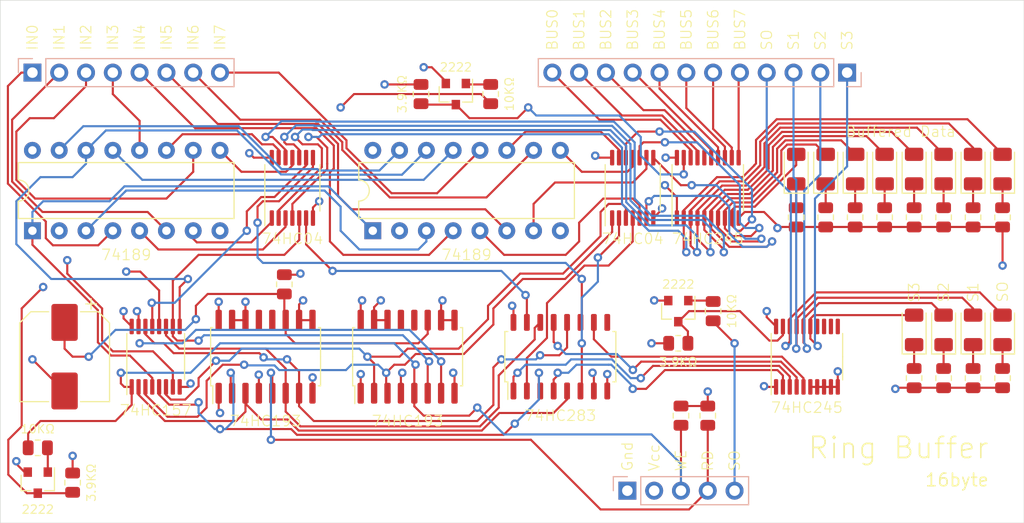
<source format=kicad_pcb>
(kicad_pcb (version 20171130) (host pcbnew "(5.1.10-1-10_14)")
  (layers (0 F.Cu signal) (1 In1.Cu signal) (2 In2.Cu signal) (31 B.Cu signal) (34 B.Paste user) (35 F.Paste user) (36 B.SilkS user) (37 F.SilkS user) (38 B.Mask user) (39 F.Mask user) (44 Edge.Cuts user))
  (net 0 "")
  (net 1 "Net-(U1-Pad13)")
  (net 2 "Net-(U1-Pad11)")
  (net 3 "Net-(U1-Pad8)")
  (net 4 "Net-(U1-Pad6)")
  (net 5 "Net-(U2-Pad13)")
  (net 6 "Net-(U2-Pad11)")
  (net 7 "Net-(U2-Pad9)")
  (net 8 "Net-(U2-Pad5)")
  (net 9 VCC)
  (net 10 "Net-(U3-Pad12)")
  (net 11 GND)
  (net 12 "Net-(U4-Pad13)")
  (net 13 "Net-(U4-Pad12)")
  (net 14 "Net-(U6-Pad12)")
  (net 15 "Net-(C1-Pad1)")
  (net 16 OUTPUT_STATUS)
  (net 17 READ)
  (net 18 WRITE)
  (net 19 INPUT7)
  (net 20 INPUT6)
  (net 21 INPUT5)
  (net 22 INPUT4)
  (net 23 INPUT3)
  (net 24 INPUT2)
  (net 25 INPUT1)
  (net 26 INPUT0)
  (net 27 BUS0)
  (net 28 BUS1)
  (net 29 BUS2)
  (net 30 BUS3)
  (net 31 BUS4)
  (net 32 BUS5)
  (net 33 BUS6)
  (net 34 BUS7)
  (net 35 STATUS0)
  (net 36 STATUS1)
  (net 37 STATUS2)
  (net 38 STATUS3)
  (net 39 "Net-(Q2-Pad3)")
  (net 40 ~WE)
  (net 41 RAM1)
  (net 42 RAM0)
  (net 43 W3)
  (net 44 W2)
  (net 45 W1)
  (net 46 W0)
  (net 47 RAM7)
  (net 48 RAM6)
  (net 49 RAM5)
  (net 50 RAM4)
  (net 51 RAM3)
  (net 52 RAM2)
  (net 53 R3)
  (net 54 R2)
  (net 55 R0)
  (net 56 R1)
  (net 57 DATACOUNT2)
  (net 58 DATACOUNT3)
  (net 59 DATACOUNT0)
  (net 60 DATACOUNT1)
  (net 61 "Net-(U9-Pad14)")
  (net 62 "Net-(U9-Pad13)")
  (net 63 "Net-(U9-Pad12)")
  (net 64 "Net-(U9-Pad11)")
  (net 65 "Net-(D1-Pad1)")
  (net 66 "Net-(D2-Pad1)")
  (net 67 "Net-(D3-Pad1)")
  (net 68 "Net-(D4-Pad1)")
  (net 69 "Net-(D5-Pad1)")
  (net 70 "Net-(D6-Pad1)")
  (net 71 "Net-(D7-Pad1)")
  (net 72 "Net-(D8-Pad1)")
  (net 73 "Net-(D9-Pad1)")
  (net 74 "Net-(D10-Pad1)")
  (net 75 "Net-(D11-Pad1)")
  (net 76 "Net-(D12-Pad1)")
  (net 77 "Net-(Q1-Pad1)")
  (net 78 "Net-(Q2-Pad1)")
  (net 79 "Net-(Q3-Pad3)")
  (net 80 "Net-(Q3-Pad1)")
  (net 81 "Net-(U1-Pad3)")
  (net 82 "Net-(U1-Pad1)")
  (net 83 "Net-(U2-Pad4)")
  (net 84 "Net-(U2-Pad2)")
  (net 85 "Net-(U3-Pad9)")
  (net 86 "Net-(U3-Pad7)")
  (net 87 "Net-(U3-Pad4)")
  (net 88 "Net-(U6-Pad13)")
  (net 89 "Net-(U8-Pad9)")
  (module Resistor_SMD:R_0805_2012Metric (layer F.Cu) (at 129.794 132.842 180)
    (fp_text reference R8 hide)
    (fp_text value 3.9kohm)
    (fp_text user 3.9KΩ (at 0 -1.778 180) (layer F.SilkS) (effects (font (size 0.8 0.8) (thickness 0.1))))
    (pad 2 smd roundrect (at 0.9125 0 180) (size 1.025 1.4) (layers F.Cu F.Paste F.Mask) (roundrect_rratio 0.2439014634146341) (net 9 VCC))
    (pad 1 smd roundrect (at -0.9125 0 180) (size 1.025 1.4) (layers F.Cu F.Paste F.Mask) (roundrect_rratio 0.2439014634146341) (net 39 "Net-(Q2-Pad3)"))
  )
  (module Resistor_SMD:R_0805_2012Metric (layer F.Cu) (at 133.096 129.794 90)
    (fp_text reference R6 hide)
    (fp_text value 10kohm)
    (fp_text user 10KΩ (at 0 1.778 90) (layer F.SilkS) (effects (font (size 0.8 0.8) (thickness 0.1))))
    (pad 2 smd roundrect (at 0.9125 0 90) (size 1.025 1.4) (layers F.Cu F.Paste F.Mask) (roundrect_rratio 0.2439014634146341) (net 78 "Net-(Q2-Pad1)"))
    (pad 1 smd roundrect (at -0.9125 0 90) (size 1.025 1.4) (layers F.Cu F.Paste F.Mask) (roundrect_rratio 0.2439014634146341) (net 16 OUTPUT_STATUS))
  )
  (module Package_TO_SOT_SMD:SOT-23 (layer F.Cu) (at 129.794 129.794 270)
    (fp_text reference Q2 hide)
    (fp_text value PMBT2222)
    (fp_text user 2222 (at -2.54 0) (layer F.SilkS) (effects (font (size 0.8 0.8) (thickness 0.1))))
    (pad 3 smd rect (at 1 0 270) (size 0.9 0.8) (layers F.Cu F.Paste F.Mask) (net 39 "Net-(Q2-Pad3)"))
    (pad 2 smd rect (at -1 0.95 270) (size 0.9 0.8) (layers F.Cu F.Paste F.Mask) (net 11 GND))
    (pad 1 smd rect (at -1 -0.95 270) (size 0.9 0.8) (layers F.Cu F.Paste F.Mask) (net 78 "Net-(Q2-Pad1)"))
  )
  (module Resistor_SMD:R_0805_2012Metric (layer F.Cu) (at 105.41 109.22 90)
    (fp_text reference R9 hide)
    (fp_text value 3.9kohm)
    (fp_text user 3.9KΩ (at 0 -1.778 270) (layer F.SilkS) (effects (font (size 0.8 0.8) (thickness 0.1))))
    (pad 2 smd roundrect (at 0.9125 0 90) (size 1.025 1.4) (layers F.Cu F.Paste F.Mask) (roundrect_rratio 0.2439014634146341) (net 9 VCC))
    (pad 1 smd roundrect (at -0.9125 0 90) (size 1.025 1.4) (layers F.Cu F.Paste F.Mask) (roundrect_rratio 0.2439014634146341) (net 79 "Net-(Q3-Pad3)"))
  )
  (module Resistor_SMD:R_0805_2012Metric (layer F.Cu) (at 112.014 109.22 90)
    (fp_text reference R7 hide)
    (fp_text value 10kohm)
    (fp_text user 10KΩ (at 0 1.778 90) (layer F.SilkS) (effects (font (size 0.8 0.8) (thickness 0.1))))
    (pad 2 smd roundrect (at 0.9125 0 90) (size 1.025 1.4) (layers F.Cu F.Paste F.Mask) (roundrect_rratio 0.2439014634146341) (net 80 "Net-(Q3-Pad1)"))
    (pad 1 smd roundrect (at -0.9125 0 90) (size 1.025 1.4) (layers F.Cu F.Paste F.Mask) (roundrect_rratio 0.2439014634146341) (net 17 READ))
  )
  (module Package_TO_SOT_SMD:SOT-23 (layer F.Cu) (at 108.712 109.22 270)
    (fp_text reference Q3 hide)
    (fp_text value PMBT2222)
    (fp_text user 2222 (at -2.54 0) (layer F.SilkS) (effects (font (size 0.8 0.8) (thickness 0.1))))
    (pad 3 smd rect (at 1 0 270) (size 0.9 0.8) (layers F.Cu F.Paste F.Mask) (net 79 "Net-(Q3-Pad3)"))
    (pad 2 smd rect (at -1 0.95 270) (size 0.9 0.8) (layers F.Cu F.Paste F.Mask) (net 11 GND))
    (pad 1 smd rect (at -1 -0.95 270) (size 0.9 0.8) (layers F.Cu F.Paste F.Mask) (net 80 "Net-(Q3-Pad1)"))
  )
  (module Resistor_SMD:R_0805_2012Metric (layer F.Cu) (at 72.39 146.05 90)
    (fp_text reference R2 hide)
    (fp_text value 3.9kohm hide)
    (fp_text user 3.9KΩ (at 0 1.778 90) (layer F.SilkS) (effects (font (size 0.8 0.8) (thickness 0.1))))
    (pad 2 smd roundrect (at 0.9125 0 90) (size 1.025 1.4) (layers F.Cu F.Paste F.Mask) (roundrect_rratio 0.2439014634146341) (net 9 VCC))
    (pad 1 smd roundrect (at -0.9125 0 90) (size 1.025 1.4) (layers F.Cu F.Paste F.Mask) (roundrect_rratio 0.2439014634146341) (net 40 ~WE))
  )
  (module Resistor_SMD:R_0805_2012Metric (layer F.Cu) (at 69.088 142.748)
    (fp_text reference R1 hide)
    (fp_text value 10kohm)
    (fp_text user 10KΩ (at 0 -1.778) (layer F.SilkS) (effects (font (size 0.8 0.8) (thickness 0.1))))
    (pad 2 smd roundrect (at 0.9125 0) (size 1.025 1.4) (layers F.Cu F.Paste F.Mask) (roundrect_rratio 0.2439014634146341) (net 77 "Net-(Q1-Pad1)"))
    (pad 1 smd roundrect (at -0.9125 0) (size 1.025 1.4) (layers F.Cu F.Paste F.Mask) (roundrect_rratio 0.2439014634146341) (net 18 WRITE))
  )
  (module Package_TO_SOT_SMD:SOT-23 (layer F.Cu) (at 69.088 146.05 270)
    (fp_text reference Q1 hide)
    (fp_text value PMBT2222 hide)
    (fp_text user 2222 (at 2.54 0) (layer F.SilkS) (effects (font (size 0.8 0.8) (thickness 0.1))))
    (pad 3 smd rect (at 1 0 270) (size 0.9 0.8) (layers F.Cu F.Paste F.Mask) (net 40 ~WE))
    (pad 2 smd rect (at -1 0.95 270) (size 0.9 0.8) (layers F.Cu F.Paste F.Mask) (net 11 GND))
    (pad 1 smd rect (at -1 -0.95 270) (size 0.9 0.8) (layers F.Cu F.Paste F.Mask) (net 77 "Net-(Q1-Pad1)"))
  )
  (module Connector_PinHeader_2.54mm:PinHeader_1x12_P2.54mm_Vertical (layer B.Cu) (at 145.796 107.188 90)
    (fp_text reference J3 hide)
    (fp_text value Conn_01x12)
    (pad 12 thru_hole oval (at 0 -27.94 90) (size 1.7 1.7) (drill 1) (layers *.Cu *.Mask) (net 27 BUS0))
    (pad 11 thru_hole oval (at 0 -25.4 90) (size 1.7 1.7) (drill 1) (layers *.Cu *.Mask) (net 28 BUS1))
    (pad 10 thru_hole oval (at 0 -22.86 90) (size 1.7 1.7) (drill 1) (layers *.Cu *.Mask) (net 29 BUS2))
    (pad 9 thru_hole oval (at 0 -20.32 90) (size 1.7 1.7) (drill 1) (layers *.Cu *.Mask) (net 30 BUS3))
    (pad 8 thru_hole oval (at 0 -17.78 90) (size 1.7 1.7) (drill 1) (layers *.Cu *.Mask) (net 31 BUS4))
    (pad 7 thru_hole oval (at 0 -15.24 90) (size 1.7 1.7) (drill 1) (layers *.Cu *.Mask) (net 32 BUS5))
    (pad 6 thru_hole oval (at 0 -12.7 90) (size 1.7 1.7) (drill 1) (layers *.Cu *.Mask) (net 33 BUS6))
    (pad 5 thru_hole oval (at 0 -10.16 90) (size 1.7 1.7) (drill 1) (layers *.Cu *.Mask) (net 34 BUS7))
    (pad 4 thru_hole oval (at 0 -7.62 90) (size 1.7 1.7) (drill 1) (layers *.Cu *.Mask) (net 35 STATUS0))
    (pad 3 thru_hole oval (at 0 -5.08 90) (size 1.7 1.7) (drill 1) (layers *.Cu *.Mask) (net 36 STATUS1))
    (pad 2 thru_hole oval (at 0 -2.54 90) (size 1.7 1.7) (drill 1) (layers *.Cu *.Mask) (net 37 STATUS2))
    (pad 1 thru_hole rect (at 0 0 90) (size 1.7 1.7) (drill 1) (layers *.Cu *.Mask) (net 38 STATUS3))
  )
  (module Package_SO:SOIC-16_4.55x10.3mm_P1.27mm (layer F.Cu) (at 118.618 134.112 90)
    (fp_text reference U8 hide)
    (fp_text value 74LS283 hide)
    (fp_text user 74HC283 (at -5.588 0 180) (layer F.SilkS) (effects (font (thickness 0.1))))
    (pad 16 smd roundrect (at 3.25 -4.445 90) (size 1.6 0.55) (layers F.Cu F.Paste F.Mask) (net 9 VCC))
    (pad 15 smd roundrect (at 3.25 -3.175 90) (size 1.6 0.55) (layers F.Cu F.Paste F.Mask) (net 4 "Net-(U1-Pad6)"))
    (pad 14 smd roundrect (at 3.25 -1.905 90) (size 1.6 0.55) (layers F.Cu F.Paste F.Mask) (net 54 R2))
    (pad 13 smd roundrect (at 3.25 -0.635 90) (size 1.6 0.55) (layers F.Cu F.Paste F.Mask) (net 57 DATACOUNT2))
    (pad 12 smd roundrect (at 3.25 0.635 90) (size 1.6 0.55) (layers F.Cu F.Paste F.Mask) (net 53 R3))
    (pad 11 smd roundrect (at 3.25 1.905 90) (size 1.6 0.55) (layers F.Cu F.Paste F.Mask) (net 3 "Net-(U1-Pad8)"))
    (pad 10 smd roundrect (at 3.25 3.175 90) (size 1.6 0.55) (layers F.Cu F.Paste F.Mask) (net 58 DATACOUNT3))
    (pad 9 smd roundrect (at 3.25 4.445 90) (size 1.6 0.55) (layers F.Cu F.Paste F.Mask) (net 89 "Net-(U8-Pad9)"))
    (pad 8 smd roundrect (at -3.25 4.445 90) (size 1.6 0.55) (layers F.Cu F.Paste F.Mask) (net 11 GND))
    (pad 7 smd roundrect (at -3.25 3.175 90) (size 1.6 0.55) (layers F.Cu F.Paste F.Mask) (net 9 VCC))
    (pad 6 smd roundrect (at -3.25 1.905 90) (size 1.6 0.55) (layers F.Cu F.Paste F.Mask) (net 84 "Net-(U2-Pad2)"))
    (pad 5 smd roundrect (at -3.25 0.635 90) (size 1.6 0.55) (layers F.Cu F.Paste F.Mask) (net 55 R0))
    (pad 4 smd roundrect (at -3.25 -0.635 90) (size 1.6 0.55) (layers F.Cu F.Paste F.Mask) (net 59 DATACOUNT0))
    (pad 3 smd roundrect (at -3.25 -1.905 90) (size 1.6 0.55) (layers F.Cu F.Paste F.Mask) (net 56 R1))
    (pad 2 smd roundrect (at -3.25 -3.175 90) (size 1.6 0.55) (layers F.Cu F.Paste F.Mask) (net 83 "Net-(U2-Pad4)"))
    (pad 1 smd roundrect (at -3.25 -4.445 90) (size 1.6 0.55) (layers F.Cu F.Paste F.Mask) (net 60 DATACOUNT1))
  )
  (module Package_SO:SO-16_5.3x10.2mm_P1.27mm (layer F.Cu) (at 104.14 134.112 90)
    (fp_text reference U6 hide)
    (fp_text value 74LS193)
    (fp_text user 74HC193 (at -6.096 0 180) (layer F.SilkS) (effects (font (thickness 0.1))))
    (pad 16 smd roundrect (at 3.4625 -4.445 90) (size 1.975 0.6) (layers F.Cu F.Paste F.Mask) (net 9 VCC))
    (pad 15 smd roundrect (at 3.4625 -3.175 90) (size 1.975 0.6) (layers F.Cu F.Paste F.Mask) (net 11 GND))
    (pad 14 smd roundrect (at 3.4625 -1.905 90) (size 1.975 0.6) (layers F.Cu F.Paste F.Mask) (net 11 GND))
    (pad 13 smd roundrect (at 3.4625 -0.635 90) (size 1.975 0.6) (layers F.Cu F.Paste F.Mask) (net 88 "Net-(U6-Pad13)"))
    (pad 12 smd roundrect (at 3.4625 0.635 90) (size 1.975 0.6) (layers F.Cu F.Paste F.Mask) (net 14 "Net-(U6-Pad12)"))
    (pad 11 smd roundrect (at 3.4625 1.905 90) (size 1.975 0.6) (layers F.Cu F.Paste F.Mask) (net 15 "Net-(C1-Pad1)"))
    (pad 10 smd roundrect (at 3.4625 3.175 90) (size 1.975 0.6) (layers F.Cu F.Paste F.Mask) (net 11 GND))
    (pad 9 smd roundrect (at 3.4625 4.445 90) (size 1.975 0.6) (layers F.Cu F.Paste F.Mask) (net 11 GND))
    (pad 8 smd roundrect (at -3.4625 4.445 90) (size 1.975 0.6) (layers F.Cu F.Paste F.Mask) (net 11 GND))
    (pad 7 smd roundrect (at -3.4625 3.175 90) (size 1.975 0.6) (layers F.Cu F.Paste F.Mask) (net 43 W3))
    (pad 6 smd roundrect (at -3.4625 1.905 90) (size 1.975 0.6) (layers F.Cu F.Paste F.Mask) (net 44 W2))
    (pad 5 smd roundrect (at -3.4625 0.635 90) (size 1.975 0.6) (layers F.Cu F.Paste F.Mask) (net 18 WRITE))
    (pad 4 smd roundrect (at -3.4625 -0.635 90) (size 1.975 0.6) (layers F.Cu F.Paste F.Mask) (net 9 VCC))
    (pad 3 smd roundrect (at -3.4625 -1.905 90) (size 1.975 0.6) (layers F.Cu F.Paste F.Mask) (net 46 W0))
    (pad 2 smd roundrect (at -3.4625 -3.175 90) (size 1.975 0.6) (layers F.Cu F.Paste F.Mask) (net 45 W1))
    (pad 1 smd roundrect (at -3.4625 -4.445 90) (size 1.975 0.6) (layers F.Cu F.Paste F.Mask) (net 11 GND))
  )
  (module Package_SO:SO-16_5.3x10.2mm_P1.27mm (layer F.Cu) (at 90.678 134.112 90)
    (fp_text reference U4 hide)
    (fp_text value 74LS193)
    (fp_text user 74HC193 (at -6.096 0 180) (layer F.SilkS) (effects (font (thickness 0.1))))
    (pad 16 smd roundrect (at 3.4625 -4.445 90) (size 1.975 0.6) (layers F.Cu F.Paste F.Mask) (net 9 VCC))
    (pad 15 smd roundrect (at 3.4625 -3.175 90) (size 1.975 0.6) (layers F.Cu F.Paste F.Mask) (net 11 GND))
    (pad 14 smd roundrect (at 3.4625 -1.905 90) (size 1.975 0.6) (layers F.Cu F.Paste F.Mask) (net 11 GND))
    (pad 13 smd roundrect (at 3.4625 -0.635 90) (size 1.975 0.6) (layers F.Cu F.Paste F.Mask) (net 12 "Net-(U4-Pad13)"))
    (pad 12 smd roundrect (at 3.4625 0.635 90) (size 1.975 0.6) (layers F.Cu F.Paste F.Mask) (net 13 "Net-(U4-Pad12)"))
    (pad 11 smd roundrect (at 3.4625 1.905 90) (size 1.975 0.6) (layers F.Cu F.Paste F.Mask) (net 15 "Net-(C1-Pad1)"))
    (pad 10 smd roundrect (at 3.4625 3.175 90) (size 1.975 0.6) (layers F.Cu F.Paste F.Mask) (net 11 GND))
    (pad 9 smd roundrect (at 3.4625 4.445 90) (size 1.975 0.6) (layers F.Cu F.Paste F.Mask) (net 11 GND))
    (pad 8 smd roundrect (at -3.4625 4.445 90) (size 1.975 0.6) (layers F.Cu F.Paste F.Mask) (net 11 GND))
    (pad 7 smd roundrect (at -3.4625 3.175 90) (size 1.975 0.6) (layers F.Cu F.Paste F.Mask) (net 53 R3))
    (pad 6 smd roundrect (at -3.4625 1.905 90) (size 1.975 0.6) (layers F.Cu F.Paste F.Mask) (net 54 R2))
    (pad 5 smd roundrect (at -3.4625 0.635 90) (size 1.975 0.6) (layers F.Cu F.Paste F.Mask) (net 17 READ))
    (pad 4 smd roundrect (at -3.4625 -0.635 90) (size 1.975 0.6) (layers F.Cu F.Paste F.Mask) (net 9 VCC))
    (pad 3 smd roundrect (at -3.4625 -1.905 90) (size 1.975 0.6) (layers F.Cu F.Paste F.Mask) (net 55 R0))
    (pad 2 smd roundrect (at -3.4625 -3.175 90) (size 1.975 0.6) (layers F.Cu F.Paste F.Mask) (net 56 R1))
    (pad 1 smd roundrect (at -3.4625 -4.445 90) (size 1.975 0.6) (layers F.Cu F.Paste F.Mask) (net 11 GND))
  )
  (module Package_SO:TSSOP-14_4.4x5mm_P0.65mm (layer F.Cu) (at 93.218 118.11 90)
    (fp_text reference U1 hide)
    (fp_text value 74LS04)
    (fp_text user 74HC04 (at -4.826 0 180) (layer F.SilkS) (effects (font (thickness 0.1))))
    (pad 14 smd roundrect (at 2.8625 -1.95 90) (size 1.475 0.4) (layers F.Cu F.Paste F.Mask) (net 9 VCC))
    (pad 13 smd roundrect (at 2.8625 -1.3 90) (size 1.475 0.4) (layers F.Cu F.Paste F.Mask) (net 1 "Net-(U1-Pad13)"))
    (pad 12 smd roundrect (at 2.8625 -0.65 90) (size 1.475 0.4) (layers F.Cu F.Paste F.Mask) (net 51 RAM3))
    (pad 11 smd roundrect (at 2.8625 0 90) (size 1.475 0.4) (layers F.Cu F.Paste F.Mask) (net 2 "Net-(U1-Pad11)"))
    (pad 10 smd roundrect (at 2.8625 0.65 90) (size 1.475 0.4) (layers F.Cu F.Paste F.Mask) (net 52 RAM2))
    (pad 9 smd roundrect (at 2.8625 1.3 90) (size 1.475 0.4) (layers F.Cu F.Paste F.Mask) (net 43 W3))
    (pad 8 smd roundrect (at 2.8625 1.95 90) (size 1.475 0.4) (layers F.Cu F.Paste F.Mask) (net 3 "Net-(U1-Pad8)"))
    (pad 7 smd roundrect (at -2.8625 1.95 90) (size 1.475 0.4) (layers F.Cu F.Paste F.Mask) (net 11 GND))
    (pad 6 smd roundrect (at -2.8625 1.3 90) (size 1.475 0.4) (layers F.Cu F.Paste F.Mask) (net 4 "Net-(U1-Pad6)"))
    (pad 5 smd roundrect (at -2.8625 0.65 90) (size 1.475 0.4) (layers F.Cu F.Paste F.Mask) (net 44 W2))
    (pad 4 smd roundrect (at -2.8625 0 90) (size 1.475 0.4) (layers F.Cu F.Paste F.Mask) (net 42 RAM0))
    (pad 3 smd roundrect (at -2.8625 -0.65 90) (size 1.475 0.4) (layers F.Cu F.Paste F.Mask) (net 81 "Net-(U1-Pad3)"))
    (pad 2 smd roundrect (at -2.8625 -1.3 90) (size 1.475 0.4) (layers F.Cu F.Paste F.Mask) (net 41 RAM1))
    (pad 1 smd roundrect (at -2.8625 -1.95 90) (size 1.475 0.4) (layers F.Cu F.Paste F.Mask) (net 82 "Net-(U1-Pad1)"))
  )
  (module Package_SO:TSSOP-20_4.4x6.5mm_P0.65mm (layer F.Cu) (at 132.588 118.11 90)
    (fp_text reference U10 hide)
    (fp_text value 74HC245 (at -4.826 0 180) (layer F.SilkS) (effects (font (thickness 0.1))))
    (pad 20 smd roundrect (at 2.8625 -2.925 90) (size 1.475 0.4) (layers F.Cu F.Paste F.Mask) (net 9 VCC))
    (pad 19 smd roundrect (at 2.8625 -2.275 90) (size 1.475 0.4) (layers F.Cu F.Paste F.Mask) (net 79 "Net-(Q3-Pad3)"))
    (pad 18 smd roundrect (at 2.8625 -1.625 90) (size 1.475 0.4) (layers F.Cu F.Paste F.Mask) (net 27 BUS0))
    (pad 17 smd roundrect (at 2.8625 -0.975 90) (size 1.475 0.4) (layers F.Cu F.Paste F.Mask) (net 28 BUS1))
    (pad 16 smd roundrect (at 2.8625 -0.325 90) (size 1.475 0.4) (layers F.Cu F.Paste F.Mask) (net 29 BUS2))
    (pad 15 smd roundrect (at 2.8625 0.325 90) (size 1.475 0.4) (layers F.Cu F.Paste F.Mask) (net 30 BUS3))
    (pad 14 smd roundrect (at 2.8625 0.975 90) (size 1.475 0.4) (layers F.Cu F.Paste F.Mask) (net 31 BUS4))
    (pad 13 smd roundrect (at 2.8625 1.625 90) (size 1.475 0.4) (layers F.Cu F.Paste F.Mask) (net 32 BUS5))
    (pad 12 smd roundrect (at 2.8625 2.275 90) (size 1.475 0.4) (layers F.Cu F.Paste F.Mask) (net 33 BUS6))
    (pad 11 smd roundrect (at 2.8625 2.925 90) (size 1.475 0.4) (layers F.Cu F.Paste F.Mask) (net 34 BUS7))
    (pad 10 smd roundrect (at -2.8625 2.925 90) (size 1.475 0.4) (layers F.Cu F.Paste F.Mask) (net 11 GND))
    (pad 9 smd roundrect (at -2.8625 2.275 90) (size 1.475 0.4) (layers F.Cu F.Paste F.Mask) (net 47 RAM7))
    (pad 8 smd roundrect (at -2.8625 1.625 90) (size 1.475 0.4) (layers F.Cu F.Paste F.Mask) (net 48 RAM6))
    (pad 7 smd roundrect (at -2.8625 0.975 90) (size 1.475 0.4) (layers F.Cu F.Paste F.Mask) (net 49 RAM5))
    (pad 6 smd roundrect (at -2.8625 0.325 90) (size 1.475 0.4) (layers F.Cu F.Paste F.Mask) (net 50 RAM4))
    (pad 5 smd roundrect (at -2.8625 -0.325 90) (size 1.475 0.4) (layers F.Cu F.Paste F.Mask) (net 51 RAM3))
    (pad 4 smd roundrect (at -2.8625 -0.975 90) (size 1.475 0.4) (layers F.Cu F.Paste F.Mask) (net 52 RAM2))
    (pad 3 smd roundrect (at -2.8625 -1.625 90) (size 1.475 0.4) (layers F.Cu F.Paste F.Mask) (net 41 RAM1))
    (pad 2 smd roundrect (at -2.8625 -2.275 90) (size 1.475 0.4) (layers F.Cu F.Paste F.Mask) (net 42 RAM0))
    (pad 1 smd roundrect (at -2.8625 -2.925 90) (size 1.475 0.4) (layers F.Cu F.Paste F.Mask) (net 9 VCC))
  )
  (module Package_SO:TSSOP-20_4.4x6.5mm_P0.65mm (layer F.Cu) (at 141.986 134.112 90)
    (fp_text reference U9 hide)
    (fp_text value 74HC245 (at -4.826 0 180) (layer F.SilkS) (effects (font (thickness 0.1))))
    (pad 20 smd roundrect (at 2.8625 -2.925 90) (size 1.475 0.4) (layers F.Cu F.Paste F.Mask) (net 9 VCC))
    (pad 19 smd roundrect (at 2.8625 -2.275 90) (size 1.475 0.4) (layers F.Cu F.Paste F.Mask) (net 39 "Net-(Q2-Pad3)"))
    (pad 18 smd roundrect (at 2.8625 -1.625 90) (size 1.475 0.4) (layers F.Cu F.Paste F.Mask) (net 35 STATUS0))
    (pad 17 smd roundrect (at 2.8625 -0.975 90) (size 1.475 0.4) (layers F.Cu F.Paste F.Mask) (net 36 STATUS1))
    (pad 16 smd roundrect (at 2.8625 -0.325 90) (size 1.475 0.4) (layers F.Cu F.Paste F.Mask) (net 37 STATUS2))
    (pad 15 smd roundrect (at 2.8625 0.325 90) (size 1.475 0.4) (layers F.Cu F.Paste F.Mask) (net 38 STATUS3))
    (pad 14 smd roundrect (at 2.8625 0.975 90) (size 1.475 0.4) (layers F.Cu F.Paste F.Mask) (net 61 "Net-(U9-Pad14)"))
    (pad 13 smd roundrect (at 2.8625 1.625 90) (size 1.475 0.4) (layers F.Cu F.Paste F.Mask) (net 62 "Net-(U9-Pad13)"))
    (pad 12 smd roundrect (at 2.8625 2.275 90) (size 1.475 0.4) (layers F.Cu F.Paste F.Mask) (net 63 "Net-(U9-Pad12)"))
    (pad 11 smd roundrect (at 2.8625 2.925 90) (size 1.475 0.4) (layers F.Cu F.Paste F.Mask) (net 64 "Net-(U9-Pad11)"))
    (pad 10 smd roundrect (at -2.8625 2.925 90) (size 1.475 0.4) (layers F.Cu F.Paste F.Mask) (net 11 GND))
    (pad 9 smd roundrect (at -2.8625 2.275 90) (size 1.475 0.4) (layers F.Cu F.Paste F.Mask) (net 11 GND))
    (pad 8 smd roundrect (at -2.8625 1.625 90) (size 1.475 0.4) (layers F.Cu F.Paste F.Mask) (net 11 GND))
    (pad 7 smd roundrect (at -2.8625 0.975 90) (size 1.475 0.4) (layers F.Cu F.Paste F.Mask) (net 11 GND))
    (pad 6 smd roundrect (at -2.8625 0.325 90) (size 1.475 0.4) (layers F.Cu F.Paste F.Mask) (net 11 GND))
    (pad 5 smd roundrect (at -2.8625 -0.325 90) (size 1.475 0.4) (layers F.Cu F.Paste F.Mask) (net 58 DATACOUNT3))
    (pad 4 smd roundrect (at -2.8625 -0.975 90) (size 1.475 0.4) (layers F.Cu F.Paste F.Mask) (net 57 DATACOUNT2))
    (pad 3 smd roundrect (at -2.8625 -1.625 90) (size 1.475 0.4) (layers F.Cu F.Paste F.Mask) (net 60 DATACOUNT1))
    (pad 2 smd roundrect (at -2.8625 -2.275 90) (size 1.475 0.4) (layers F.Cu F.Paste F.Mask) (net 59 DATACOUNT0))
    (pad 1 smd roundrect (at -2.8625 -2.925 90) (size 1.475 0.4) (layers F.Cu F.Paste F.Mask) (net 9 VCC))
  )
  (module Package_DIP:DIP-16_W7.62mm (layer F.Cu) (at 100.838 122.174 90)
    (fp_text reference U7 hide)
    (fp_text value 74189 (at -2.286 8.89 180) (layer F.SilkS) (effects (font (thickness 0.1))))
    (pad 16 thru_hole oval (at 7.62 0 90) (size 1.6 1.6) (drill 0.8) (layers *.Cu *.Mask) (net 9 VCC))
    (pad 8 thru_hole oval (at 0 17.78 90) (size 1.6 1.6) (drill 0.8) (layers *.Cu *.Mask) (net 11 GND))
    (pad 15 thru_hole oval (at 7.62 2.54 90) (size 1.6 1.6) (drill 0.8) (layers *.Cu *.Mask) (net 86 "Net-(U3-Pad7)"))
    (pad 7 thru_hole oval (at 0 15.24 90) (size 1.6 1.6) (drill 0.8) (layers *.Cu *.Mask) (net 7 "Net-(U2-Pad9)"))
    (pad 14 thru_hole oval (at 7.62 5.08 90) (size 1.6 1.6) (drill 0.8) (layers *.Cu *.Mask) (net 85 "Net-(U3-Pad9)"))
    (pad 6 thru_hole oval (at 0 12.7 90) (size 1.6 1.6) (drill 0.8) (layers *.Cu *.Mask) (net 21 INPUT5))
    (pad 13 thru_hole oval (at 7.62 7.62 90) (size 1.6 1.6) (drill 0.8) (layers *.Cu *.Mask) (net 10 "Net-(U3-Pad12)"))
    (pad 5 thru_hole oval (at 0 10.16 90) (size 1.6 1.6) (drill 0.8) (layers *.Cu *.Mask) (net 8 "Net-(U2-Pad5)"))
    (pad 12 thru_hole oval (at 7.62 10.16 90) (size 1.6 1.6) (drill 0.8) (layers *.Cu *.Mask) (net 19 INPUT7))
    (pad 4 thru_hole oval (at 0 7.62 90) (size 1.6 1.6) (drill 0.8) (layers *.Cu *.Mask) (net 22 INPUT4))
    (pad 11 thru_hole oval (at 7.62 12.7 90) (size 1.6 1.6) (drill 0.8) (layers *.Cu *.Mask) (net 5 "Net-(U2-Pad13)"))
    (pad 3 thru_hole oval (at 0 5.08 90) (size 1.6 1.6) (drill 0.8) (layers *.Cu *.Mask) (net 40 ~WE))
    (pad 10 thru_hole oval (at 7.62 15.24 90) (size 1.6 1.6) (drill 0.8) (layers *.Cu *.Mask) (net 20 INPUT6))
    (pad 2 thru_hole oval (at 0 2.54 90) (size 1.6 1.6) (drill 0.8) (layers *.Cu *.Mask) (net 11 GND))
    (pad 9 thru_hole oval (at 7.62 17.78 90) (size 1.6 1.6) (drill 0.8) (layers *.Cu *.Mask) (net 6 "Net-(U2-Pad11)"))
    (pad 1 thru_hole rect (at 0 0 90) (size 1.6 1.6) (drill 0.8) (layers *.Cu *.Mask) (net 87 "Net-(U3-Pad4)"))
  )
  (module Package_DIP:DIP-16_W7.62mm (layer F.Cu) (at 68.58 122.174 90)
    (fp_text reference U5 hide)
    (fp_text value 74189)
    (fp_text user 74189 (at -2.286 8.89 180) (layer F.SilkS) (effects (font (thickness 0.1))))
    (pad 16 thru_hole oval (at 7.62 0 90) (size 1.6 1.6) (drill 0.8) (layers *.Cu *.Mask) (net 9 VCC))
    (pad 8 thru_hole oval (at 0 17.78 90) (size 1.6 1.6) (drill 0.8) (layers *.Cu *.Mask) (net 11 GND))
    (pad 15 thru_hole oval (at 7.62 2.54 90) (size 1.6 1.6) (drill 0.8) (layers *.Cu *.Mask) (net 86 "Net-(U3-Pad7)"))
    (pad 7 thru_hole oval (at 0 15.24 90) (size 1.6 1.6) (drill 0.8) (layers *.Cu *.Mask) (net 82 "Net-(U1-Pad1)"))
    (pad 14 thru_hole oval (at 7.62 5.08 90) (size 1.6 1.6) (drill 0.8) (layers *.Cu *.Mask) (net 85 "Net-(U3-Pad9)"))
    (pad 6 thru_hole oval (at 0 12.7 90) (size 1.6 1.6) (drill 0.8) (layers *.Cu *.Mask) (net 25 INPUT1))
    (pad 13 thru_hole oval (at 7.62 7.62 90) (size 1.6 1.6) (drill 0.8) (layers *.Cu *.Mask) (net 10 "Net-(U3-Pad12)"))
    (pad 5 thru_hole oval (at 0 10.16 90) (size 1.6 1.6) (drill 0.8) (layers *.Cu *.Mask) (net 81 "Net-(U1-Pad3)"))
    (pad 12 thru_hole oval (at 7.62 10.16 90) (size 1.6 1.6) (drill 0.8) (layers *.Cu *.Mask) (net 23 INPUT3))
    (pad 4 thru_hole oval (at 0 7.62 90) (size 1.6 1.6) (drill 0.8) (layers *.Cu *.Mask) (net 26 INPUT0))
    (pad 11 thru_hole oval (at 7.62 12.7 90) (size 1.6 1.6) (drill 0.8) (layers *.Cu *.Mask) (net 1 "Net-(U1-Pad13)"))
    (pad 3 thru_hole oval (at 0 5.08 90) (size 1.6 1.6) (drill 0.8) (layers *.Cu *.Mask) (net 40 ~WE))
    (pad 10 thru_hole oval (at 7.62 15.24 90) (size 1.6 1.6) (drill 0.8) (layers *.Cu *.Mask) (net 24 INPUT2))
    (pad 2 thru_hole oval (at 0 2.54 90) (size 1.6 1.6) (drill 0.8) (layers *.Cu *.Mask) (net 11 GND))
    (pad 9 thru_hole oval (at 7.62 17.78 90) (size 1.6 1.6) (drill 0.8) (layers *.Cu *.Mask) (net 2 "Net-(U1-Pad11)"))
    (pad 1 thru_hole rect (at 0 0 90) (size 1.6 1.6) (drill 0.8) (layers *.Cu *.Mask) (net 87 "Net-(U3-Pad4)"))
  )
  (module Package_SO:TSSOP-16_4.4x5mm_P0.65mm (layer F.Cu) (at 80.264 134.112 90)
    (fp_text reference U3 hide)
    (fp_text value 74HC157PW,118)
    (fp_text user 74HC157 (at -5.08 0 180) (layer F.SilkS) (effects (font (thickness 0.1))))
    (pad 16 smd roundrect (at 2.8625 -2.275 90) (size 1.475 0.4) (layers F.Cu F.Paste F.Mask) (net 9 VCC))
    (pad 15 smd roundrect (at 2.8625 -1.625 90) (size 1.475 0.4) (layers F.Cu F.Paste F.Mask) (net 11 GND))
    (pad 14 smd roundrect (at 2.8625 -0.975 90) (size 1.475 0.4) (layers F.Cu F.Paste F.Mask) (net 53 R3))
    (pad 13 smd roundrect (at 2.8625 -0.325 90) (size 1.475 0.4) (layers F.Cu F.Paste F.Mask) (net 43 W3))
    (pad 12 smd roundrect (at 2.8625 0.325 90) (size 1.475 0.4) (layers F.Cu F.Paste F.Mask) (net 10 "Net-(U3-Pad12)"))
    (pad 11 smd roundrect (at 2.8625 0.975 90) (size 1.475 0.4) (layers F.Cu F.Paste F.Mask) (net 54 R2))
    (pad 10 smd roundrect (at 2.8625 1.625 90) (size 1.475 0.4) (layers F.Cu F.Paste F.Mask) (net 44 W2))
    (pad 9 smd roundrect (at 2.8625 2.275 90) (size 1.475 0.4) (layers F.Cu F.Paste F.Mask) (net 85 "Net-(U3-Pad9)"))
    (pad 8 smd roundrect (at -2.8625 2.275 90) (size 1.475 0.4) (layers F.Cu F.Paste F.Mask) (net 11 GND))
    (pad 7 smd roundrect (at -2.8625 1.625 90) (size 1.475 0.4) (layers F.Cu F.Paste F.Mask) (net 86 "Net-(U3-Pad7)"))
    (pad 6 smd roundrect (at -2.8625 0.975 90) (size 1.475 0.4) (layers F.Cu F.Paste F.Mask) (net 45 W1))
    (pad 5 smd roundrect (at -2.8625 0.325 90) (size 1.475 0.4) (layers F.Cu F.Paste F.Mask) (net 56 R1))
    (pad 4 smd roundrect (at -2.8625 -0.325 90) (size 1.475 0.4) (layers F.Cu F.Paste F.Mask) (net 87 "Net-(U3-Pad4)"))
    (pad 3 smd roundrect (at -2.8625 -0.975 90) (size 1.475 0.4) (layers F.Cu F.Paste F.Mask) (net 46 W0))
    (pad 2 smd roundrect (at -2.8625 -1.625 90) (size 1.475 0.4) (layers F.Cu F.Paste F.Mask) (net 55 R0))
    (pad 1 smd roundrect (at -2.8625 -2.275 90) (size 1.475 0.4) (layers F.Cu F.Paste F.Mask) (net 18 WRITE))
  )
  (module Package_SO:TSSOP-14_4.4x5mm_P0.65mm (layer F.Cu) (at 125.476 118.11 90)
    (fp_text reference U2 hide)
    (fp_text value 74LS04)
    (fp_text user 74HC04 (at -4.826 0 180) (layer F.SilkS) (effects (font (thickness 0.1))))
    (pad 14 smd roundrect (at 2.8625 -1.95 90) (size 1.475 0.4) (layers F.Cu F.Paste F.Mask) (net 9 VCC))
    (pad 13 smd roundrect (at 2.8625 -1.3 90) (size 1.475 0.4) (layers F.Cu F.Paste F.Mask) (net 5 "Net-(U2-Pad13)"))
    (pad 12 smd roundrect (at 2.8625 -0.65 90) (size 1.475 0.4) (layers F.Cu F.Paste F.Mask) (net 47 RAM7))
    (pad 11 smd roundrect (at 2.8625 0 90) (size 1.475 0.4) (layers F.Cu F.Paste F.Mask) (net 6 "Net-(U2-Pad11)"))
    (pad 10 smd roundrect (at 2.8625 0.65 90) (size 1.475 0.4) (layers F.Cu F.Paste F.Mask) (net 48 RAM6))
    (pad 9 smd roundrect (at 2.8625 1.3 90) (size 1.475 0.4) (layers F.Cu F.Paste F.Mask) (net 7 "Net-(U2-Pad9)"))
    (pad 8 smd roundrect (at 2.8625 1.95 90) (size 1.475 0.4) (layers F.Cu F.Paste F.Mask) (net 49 RAM5))
    (pad 7 smd roundrect (at -2.8625 1.95 90) (size 1.475 0.4) (layers F.Cu F.Paste F.Mask) (net 11 GND))
    (pad 6 smd roundrect (at -2.8625 1.3 90) (size 1.475 0.4) (layers F.Cu F.Paste F.Mask) (net 50 RAM4))
    (pad 5 smd roundrect (at -2.8625 0.65 90) (size 1.475 0.4) (layers F.Cu F.Paste F.Mask) (net 8 "Net-(U2-Pad5)"))
    (pad 4 smd roundrect (at -2.8625 0 90) (size 1.475 0.4) (layers F.Cu F.Paste F.Mask) (net 83 "Net-(U2-Pad4)"))
    (pad 3 smd roundrect (at -2.8625 -0.65 90) (size 1.475 0.4) (layers F.Cu F.Paste F.Mask) (net 45 W1))
    (pad 2 smd roundrect (at -2.8625 -1.3 90) (size 1.475 0.4) (layers F.Cu F.Paste F.Mask) (net 84 "Net-(U2-Pad2)"))
    (pad 1 smd roundrect (at -2.8625 -1.95 90) (size 1.475 0.4) (layers F.Cu F.Paste F.Mask) (net 46 W0))
  )
  (module Resistor_SMD:R_0805_2012Metric (layer F.Cu) (at 152.146 136.144 270)
    (fp_text reference R15 hide)
    (fp_text value 1kohm)
    (pad 2 smd roundrect (at 0.9125 0 270) (size 1.025 1.4) (layers F.Cu F.Paste F.Mask) (roundrect_rratio 0.2439014634146341) (net 11 GND))
    (pad 1 smd roundrect (at -0.9125 0 270) (size 1.025 1.4) (layers F.Cu F.Paste F.Mask) (roundrect_rratio 0.2439014634146341) (net 70 "Net-(D6-Pad1)"))
  )
  (module Resistor_SMD:R_0805_2012Metric (layer F.Cu) (at 154.94 136.144 270)
    (fp_text reference R13 hide)
    (fp_text value 1kohm)
    (pad 2 smd roundrect (at 0.9125 0 270) (size 1.025 1.4) (layers F.Cu F.Paste F.Mask) (roundrect_rratio 0.2439014634146341) (net 11 GND))
    (pad 1 smd roundrect (at -0.9125 0 270) (size 1.025 1.4) (layers F.Cu F.Paste F.Mask) (roundrect_rratio 0.2439014634146341) (net 68 "Net-(D4-Pad1)"))
  )
  (module Resistor_SMD:R_0805_2012Metric (layer F.Cu) (at 157.734 136.144 270)
    (fp_text reference R11 hide)
    (fp_text value 1kohm)
    (pad 2 smd roundrect (at 0.9125 0 270) (size 1.025 1.4) (layers F.Cu F.Paste F.Mask) (roundrect_rratio 0.2439014634146341) (net 11 GND))
    (pad 1 smd roundrect (at -0.9125 0 270) (size 1.025 1.4) (layers F.Cu F.Paste F.Mask) (roundrect_rratio 0.2439014634146341) (net 66 "Net-(D2-Pad1)"))
  )
  (module Resistor_SMD:R_0805_2012Metric (layer F.Cu) (at 160.528 136.144 270)
    (fp_text reference R10 hide)
    (fp_text value 1kohm)
    (pad 2 smd roundrect (at 0.9125 0 270) (size 1.025 1.4) (layers F.Cu F.Paste F.Mask) (roundrect_rratio 0.2439014634146341) (net 11 GND))
    (pad 1 smd roundrect (at -0.9125 0 270) (size 1.025 1.4) (layers F.Cu F.Paste F.Mask) (roundrect_rratio 0.2439014634146341) (net 65 "Net-(D1-Pad1)"))
  )
  (module Resistor_SMD:R_0805_2012Metric (layer F.Cu) (at 92.456 127.254 270)
    (fp_text reference R5 hide)
    (fp_text value 1kohm)
    (pad 2 smd roundrect (at 0.9125 0 270) (size 1.025 1.4) (layers F.Cu F.Paste F.Mask) (roundrect_rratio 0.2439014634146341) (net 15 "Net-(C1-Pad1)"))
    (pad 1 smd roundrect (at -0.9125 0 270) (size 1.025 1.4) (layers F.Cu F.Paste F.Mask) (roundrect_rratio 0.2439014634146341) (net 9 VCC))
  )
  (module Resistor_SMD:R_0805_2012Metric (layer F.Cu) (at 130.048 139.7 90)
    (fp_text reference R4 hide)
    (fp_text value 1kohm)
    (pad 2 smd roundrect (at 0.9125 0 90) (size 1.025 1.4) (layers F.Cu F.Paste F.Mask) (roundrect_rratio 0.2439014634146341) (net 11 GND))
    (pad 1 smd roundrect (at -0.9125 0 90) (size 1.025 1.4) (layers F.Cu F.Paste F.Mask) (roundrect_rratio 0.2439014634146341) (net 18 WRITE))
  )
  (module Resistor_SMD:R_0805_2012Metric (layer F.Cu) (at 132.588 139.7 90)
    (fp_text reference R3 hide)
    (fp_text value 1kohm)
    (pad 2 smd roundrect (at 0.9125 0 90) (size 1.025 1.4) (layers F.Cu F.Paste F.Mask) (roundrect_rratio 0.2439014634146341) (net 11 GND))
    (pad 1 smd roundrect (at -0.9125 0 90) (size 1.025 1.4) (layers F.Cu F.Paste F.Mask) (roundrect_rratio 0.2439014634146341) (net 17 READ))
  )
  (module Connector_PinHeader_2.54mm:PinHeader_1x08_P2.54mm_Vertical (layer B.Cu) (at 68.58 107.188 270)
    (fp_text reference J2 hide)
    (fp_text value Conn_01x08)
    (pad 8 thru_hole oval (at 0 -17.78 270) (size 1.7 1.7) (drill 1) (layers *.Cu *.Mask) (net 19 INPUT7))
    (pad 7 thru_hole oval (at 0 -15.24 270) (size 1.7 1.7) (drill 1) (layers *.Cu *.Mask) (net 20 INPUT6))
    (pad 6 thru_hole oval (at 0 -12.7 270) (size 1.7 1.7) (drill 1) (layers *.Cu *.Mask) (net 21 INPUT5))
    (pad 5 thru_hole oval (at 0 -10.16 270) (size 1.7 1.7) (drill 1) (layers *.Cu *.Mask) (net 22 INPUT4))
    (pad 4 thru_hole oval (at 0 -7.62 270) (size 1.7 1.7) (drill 1) (layers *.Cu *.Mask) (net 23 INPUT3))
    (pad 3 thru_hole oval (at 0 -5.08 270) (size 1.7 1.7) (drill 1) (layers *.Cu *.Mask) (net 24 INPUT2))
    (pad 2 thru_hole oval (at 0 -2.54 270) (size 1.7 1.7) (drill 1) (layers *.Cu *.Mask) (net 25 INPUT1))
    (pad 1 thru_hole rect (at 0 0 270) (size 1.7 1.7) (drill 1) (layers *.Cu *.Mask) (net 26 INPUT0))
  )
  (module Connector_PinHeader_2.54mm:PinHeader_1x05_P2.54mm_Vertical (layer B.Cu) (at 124.968 146.812 270)
    (fp_text reference J1 hide)
    (fp_text value Conn_01x05)
    (pad 5 thru_hole oval (at 0 -10.16 270) (size 1.7 1.7) (drill 1) (layers *.Cu *.Mask) (net 16 OUTPUT_STATUS))
    (pad 4 thru_hole oval (at 0 -7.62 270) (size 1.7 1.7) (drill 1) (layers *.Cu *.Mask) (net 17 READ))
    (pad 3 thru_hole oval (at 0 -5.08 270) (size 1.7 1.7) (drill 1) (layers *.Cu *.Mask) (net 18 WRITE))
    (pad 2 thru_hole oval (at 0 -2.54 270) (size 1.7 1.7) (drill 1) (layers *.Cu *.Mask) (net 9 VCC))
    (pad 1 thru_hole rect (at 0 0 270) (size 1.7 1.7) (drill 1) (layers *.Cu *.Mask) (net 11 GND))
  )
  (module LED_SMD:LED_1206_3216Metric (layer F.Cu) (at 152.146 131.572 90)
    (fp_text reference D6 hide)
    (fp_text value LED)
    (pad 2 smd roundrect (at 1.4 0 90) (size 1.25 1.75) (layers F.Cu F.Paste F.Mask) (roundrect_rratio 0.2) (net 38 STATUS3))
    (pad 1 smd roundrect (at -1.4 0 90) (size 1.25 1.75) (layers F.Cu F.Paste F.Mask) (roundrect_rratio 0.2) (net 70 "Net-(D6-Pad1)"))
  )
  (module LED_SMD:LED_1206_3216Metric (layer F.Cu) (at 154.94 131.572 90)
    (fp_text reference D4 hide)
    (fp_text value LED)
    (pad 2 smd roundrect (at 1.4 0 90) (size 1.25 1.75) (layers F.Cu F.Paste F.Mask) (roundrect_rratio 0.2) (net 37 STATUS2))
    (pad 1 smd roundrect (at -1.4 0 90) (size 1.25 1.75) (layers F.Cu F.Paste F.Mask) (roundrect_rratio 0.2) (net 68 "Net-(D4-Pad1)"))
  )
  (module LED_SMD:LED_1206_3216Metric (layer F.Cu) (at 157.734 131.572 90)
    (fp_text reference D2 hide)
    (fp_text value LED)
    (pad 2 smd roundrect (at 1.4 0 90) (size 1.25 1.75) (layers F.Cu F.Paste F.Mask) (roundrect_rratio 0.2) (net 36 STATUS1))
    (pad 1 smd roundrect (at -1.4 0 90) (size 1.25 1.75) (layers F.Cu F.Paste F.Mask) (roundrect_rratio 0.2) (net 66 "Net-(D2-Pad1)"))
  )
  (module LED_SMD:LED_1206_3216Metric (layer F.Cu) (at 160.528 131.572 90)
    (fp_text reference D1 hide)
    (fp_text value LED)
    (pad 2 smd roundrect (at 1.4 0 90) (size 1.25 1.75) (layers F.Cu F.Paste F.Mask) (roundrect_rratio 0.2) (net 35 STATUS0))
    (pad 1 smd roundrect (at -1.4 0 90) (size 1.25 1.75) (layers F.Cu F.Paste F.Mask) (roundrect_rratio 0.2) (net 65 "Net-(D1-Pad1)"))
  )
  (module Capacitor_SMD:CP_Elec_8x10 (layer F.Cu) (at 71.628 134.112 270)
    (fp_text reference C1 hide)
    (fp_text value C)
    (pad 2 smd roundrect (at 3.25 0 270) (size 3.5 2.5) (layers F.Cu F.Paste F.Mask) (roundrect_rratio 0.1) (net 11 GND))
    (pad 1 smd roundrect (at -3.25 0 270) (size 3.5 2.5) (layers F.Cu F.Paste F.Mask) (roundrect_rratio 0.1) (net 15 "Net-(C1-Pad1)"))
  )
  (module Resistor_SMD:R_0805_2012Metric (layer F.Cu) (at 160.528 120.904 270)
    (fp_text reference R21 hide)
    (fp_text value 1kohm hide)
    (pad 2 smd roundrect (at 0.9125 0 270) (size 1.025 1.4) (layers F.Cu F.Paste F.Mask) (roundrect_rratio 0.2439004878048781) (net 11 GND))
    (pad 1 smd roundrect (at -0.9125 0 270) (size 1.025 1.4) (layers F.Cu F.Paste F.Mask) (roundrect_rratio 0.2439004878048781) (net 76 "Net-(D12-Pad1)"))
  )
  (module Resistor_SMD:R_0805_2012Metric (layer F.Cu) (at 157.734 120.904 270)
    (fp_text reference R20 hide)
    (fp_text value 1kohm hide)
    (pad 2 smd roundrect (at 0.9125 0 270) (size 1.025 1.4) (layers F.Cu F.Paste F.Mask) (roundrect_rratio 0.2439004878048781) (net 11 GND))
    (pad 1 smd roundrect (at -0.9125 0 270) (size 1.025 1.4) (layers F.Cu F.Paste F.Mask) (roundrect_rratio 0.2439004878048781) (net 75 "Net-(D11-Pad1)"))
  )
  (module Resistor_SMD:R_0805_2012Metric (layer F.Cu) (at 154.94 120.904 270)
    (fp_text reference R19 hide)
    (fp_text value 1kohm hide)
    (pad 2 smd roundrect (at 0.9125 0 270) (size 1.025 1.4) (layers F.Cu F.Paste F.Mask) (roundrect_rratio 0.2439004878048781) (net 11 GND))
    (pad 1 smd roundrect (at -0.9125 0 270) (size 1.025 1.4) (layers F.Cu F.Paste F.Mask) (roundrect_rratio 0.2439004878048781) (net 74 "Net-(D10-Pad1)"))
  )
  (module Resistor_SMD:R_0805_2012Metric (layer F.Cu) (at 152.146 120.904 270)
    (fp_text reference R18 hide)
    (fp_text value 1kohm hide)
    (pad 2 smd roundrect (at 0.9125 0 270) (size 1.025 1.4) (layers F.Cu F.Paste F.Mask) (roundrect_rratio 0.2439004878048781) (net 11 GND))
    (pad 1 smd roundrect (at -0.9125 0 270) (size 1.025 1.4) (layers F.Cu F.Paste F.Mask) (roundrect_rratio 0.2439004878048781) (net 73 "Net-(D9-Pad1)"))
  )
  (module Resistor_SMD:R_0805_2012Metric (layer F.Cu) (at 149.352 120.904 270)
    (fp_text reference R17 hide)
    (fp_text value 1kohm hide)
    (pad 2 smd roundrect (at 0.9125 0 270) (size 1.025 1.4) (layers F.Cu F.Paste F.Mask) (roundrect_rratio 0.2439004878048781) (net 11 GND))
    (pad 1 smd roundrect (at -0.9125 0 270) (size 1.025 1.4) (layers F.Cu F.Paste F.Mask) (roundrect_rratio 0.2439004878048781) (net 72 "Net-(D8-Pad1)"))
  )
  (module Resistor_SMD:R_0805_2012Metric (layer F.Cu) (at 146.558 120.904 270)
    (fp_text reference R16 hide)
    (fp_text value 1kohm hide)
    (pad 2 smd roundrect (at 0.9125 0 270) (size 1.025 1.4) (layers F.Cu F.Paste F.Mask) (roundrect_rratio 0.2439004878048781) (net 11 GND))
    (pad 1 smd roundrect (at -0.9125 0 270) (size 1.025 1.4) (layers F.Cu F.Paste F.Mask) (roundrect_rratio 0.2439004878048781) (net 71 "Net-(D7-Pad1)"))
  )
  (module Resistor_SMD:R_0805_2012Metric (layer F.Cu) (at 143.764 120.904 270)
    (fp_text reference R14 hide)
    (fp_text value 1kohm hide)
    (pad 2 smd roundrect (at 0.9125 0 270) (size 1.025 1.4) (layers F.Cu F.Paste F.Mask) (roundrect_rratio 0.2439004878048781) (net 11 GND))
    (pad 1 smd roundrect (at -0.9125 0 270) (size 1.025 1.4) (layers F.Cu F.Paste F.Mask) (roundrect_rratio 0.2439004878048781) (net 69 "Net-(D5-Pad1)"))
  )
  (module Resistor_SMD:R_0805_2012Metric (layer F.Cu) (at 140.97 120.904 270)
    (fp_text reference R12 hide)
    (fp_text value 1kohm hide)
    (pad 2 smd roundrect (at 0.9125 0 270) (size 1.025 1.4) (layers F.Cu F.Paste F.Mask) (roundrect_rratio 0.2439004878048781) (net 11 GND))
    (pad 1 smd roundrect (at -0.9125 0 270) (size 1.025 1.4) (layers F.Cu F.Paste F.Mask) (roundrect_rratio 0.2439004878048781) (net 67 "Net-(D3-Pad1)"))
  )
  (module LED_SMD:LED_1206_3216Metric (layer F.Cu) (at 160.528 116.332 90)
    (fp_text reference D12 hide)
    (fp_text value LED hide)
    (pad 2 smd roundrect (at 1.4 0 90) (size 1.25 1.75) (layers F.Cu F.Paste F.Mask) (roundrect_rratio 0.2) (net 42 RAM0))
    (pad 1 smd roundrect (at -1.4 0 90) (size 1.25 1.75) (layers F.Cu F.Paste F.Mask) (roundrect_rratio 0.2) (net 76 "Net-(D12-Pad1)"))
  )
  (module LED_SMD:LED_1206_3216Metric (layer F.Cu) (at 157.734 116.332 90)
    (fp_text reference D11 hide)
    (fp_text value LED hide)
    (pad 2 smd roundrect (at 1.4 0 90) (size 1.25 1.75) (layers F.Cu F.Paste F.Mask) (roundrect_rratio 0.2) (net 41 RAM1))
    (pad 1 smd roundrect (at -1.4 0 90) (size 1.25 1.75) (layers F.Cu F.Paste F.Mask) (roundrect_rratio 0.2) (net 75 "Net-(D11-Pad1)"))
  )
  (module LED_SMD:LED_1206_3216Metric (layer F.Cu) (at 154.94 116.332 90)
    (fp_text reference D10 hide)
    (fp_text value LED hide)
    (pad 2 smd roundrect (at 1.4 0 90) (size 1.25 1.75) (layers F.Cu F.Paste F.Mask) (roundrect_rratio 0.2) (net 52 RAM2))
    (pad 1 smd roundrect (at -1.4 0 90) (size 1.25 1.75) (layers F.Cu F.Paste F.Mask) (roundrect_rratio 0.2) (net 74 "Net-(D10-Pad1)"))
  )
  (module LED_SMD:LED_1206_3216Metric (layer F.Cu) (at 152.146 116.332 90)
    (fp_text reference D9 hide)
    (fp_text value LED hide)
    (pad 2 smd roundrect (at 1.4 0 90) (size 1.25 1.75) (layers F.Cu F.Paste F.Mask) (roundrect_rratio 0.2) (net 51 RAM3))
    (pad 1 smd roundrect (at -1.4 0 90) (size 1.25 1.75) (layers F.Cu F.Paste F.Mask) (roundrect_rratio 0.2) (net 73 "Net-(D9-Pad1)"))
  )
  (module LED_SMD:LED_1206_3216Metric (layer F.Cu) (at 149.352 116.332 90)
    (fp_text reference D8 hide)
    (fp_text value LED hide)
    (pad 2 smd roundrect (at 1.4 0 90) (size 1.25 1.75) (layers F.Cu F.Paste F.Mask) (roundrect_rratio 0.2) (net 50 RAM4))
    (pad 1 smd roundrect (at -1.4 0 90) (size 1.25 1.75) (layers F.Cu F.Paste F.Mask) (roundrect_rratio 0.2) (net 72 "Net-(D8-Pad1)"))
  )
  (module LED_SMD:LED_1206_3216Metric (layer F.Cu) (at 146.558 116.332 90)
    (fp_text reference D7 hide)
    (fp_text value LED hide)
    (pad 2 smd roundrect (at 1.4 0 90) (size 1.25 1.75) (layers F.Cu F.Paste F.Mask) (roundrect_rratio 0.2) (net 49 RAM5))
    (pad 1 smd roundrect (at -1.4 0 90) (size 1.25 1.75) (layers F.Cu F.Paste F.Mask) (roundrect_rratio 0.2) (net 71 "Net-(D7-Pad1)"))
  )
  (module LED_SMD:LED_1206_3216Metric (layer F.Cu) (at 143.764 116.332 90)
    (fp_text reference D5 hide)
    (fp_text value LED hide)
    (pad 2 smd roundrect (at 1.4 0 90) (size 1.25 1.75) (layers F.Cu F.Paste F.Mask) (roundrect_rratio 0.2) (net 48 RAM6))
    (pad 1 smd roundrect (at -1.4 0 90) (size 1.25 1.75) (layers F.Cu F.Paste F.Mask) (roundrect_rratio 0.2) (net 69 "Net-(D5-Pad1)"))
  )
  (module LED_SMD:LED_1206_3216Metric (layer F.Cu) (at 140.97 116.332 90)
    (fp_text reference D3 hide)
    (fp_text value LED hide)
    (pad 2 smd roundrect (at 1.4 0 90) (size 1.25 1.75) (layers F.Cu F.Paste F.Mask) (roundrect_rratio 0.2) (net 47 RAM7))
    (pad 1 smd roundrect (at -1.4 0 90) (size 1.25 1.75) (layers F.Cu F.Paste F.Mask) (roundrect_rratio 0.2) (net 67 "Net-(D3-Pad1)"))
  )
  (gr_text S1 (at 157.734 129.032 90) (layer F.SilkS) (effects (font (size 1 1) (thickness 0.1)) (justify left)))
  (gr_text S3 (at 152.146 129.032 90) (layer F.SilkS) (effects (font (size 1 1) (thickness 0.1)) (justify left)))
  (gr_text S2 (at 154.94 129.032 90) (layer F.SilkS) (effects (font (size 1 1) (thickness 0.1)) (justify left)))
  (gr_text SO (at 160.528 129.032 90) (layer F.SilkS) (effects (font (size 1 1) (thickness 0.1)) (justify left)))
  (gr_line (start 162.56 100.33) (end 118.618 100.33) (layer Edge.Cuts) (width 0.05))
  (gr_line (start 162.56 149.86) (end 162.56 100.33) (layer Edge.Cuts) (width 0.05))
  (gr_line (start 65.532 149.86) (end 162.56 149.86) (layer Edge.Cuts) (width 0.05))
  (gr_line (start 65.532 100.33) (end 65.532 149.86) (layer Edge.Cuts) (width 0.05))
  (gr_line (start 65.786 100.33) (end 65.532 100.33) (layer Edge.Cuts) (width 0.05))
  (gr_line (start 118.618 100.33) (end 65.786 100.33) (layer Edge.Cuts) (width 0.05))
  (gr_text S3 (at 145.796 105.156 90) (layer F.SilkS) (effects (font (size 1 1) (thickness 0.1)) (justify left)))
  (gr_text S2 (at 143.256 105.156 90) (layer F.SilkS) (effects (font (size 1 1) (thickness 0.1)) (justify left)))
  (gr_text S1 (at 140.716 105.156 90) (layer F.SilkS) (effects (font (size 1 1) (thickness 0.1)) (justify left)))
  (gr_text SO (at 138.176 105.156 90) (layer F.SilkS) (effects (font (size 1 1) (thickness 0.1)) (justify left)))
  (gr_text Gnd (at 124.968 145.034 90) (layer F.SilkS) (effects (font (size 1 1) (thickness 0.1)) (justify left)))
  (gr_text Vcc (at 127.508 145.034 90) (layer F.SilkS) (effects (font (size 1 1) (thickness 0.1)) (justify left)))
  (gr_text SO (at 135.128 145.034 90) (layer F.SilkS) (effects (font (size 1 1) (thickness 0.1)) (justify left)))
  (gr_text RD (at 132.588 145.034 90) (layer F.SilkS) (effects (font (size 1 1) (thickness 0.1)) (justify left)))
  (gr_text WE (at 130.048 145.034 90) (layer F.SilkS) (effects (font (size 1 1) (thickness 0.1)) (justify left)))
  (gr_text "Buffered Data" (at 150.876 112.776) (layer F.SilkS) (effects (font (size 1 1) (thickness 0.1))))
  (gr_text BUS7 (at 135.636 105.156 90) (layer F.SilkS) (effects (font (size 1 1) (thickness 0.1)) (justify left)))
  (gr_text BUS6 (at 133.096 105.156 90) (layer F.SilkS) (effects (font (size 1 1) (thickness 0.1)) (justify left)))
  (gr_text BUS5 (at 130.556 105.156 90) (layer F.SilkS) (effects (font (size 1 1) (thickness 0.1)) (justify left)))
  (gr_text BUS4 (at 128.016 105.156 90) (layer F.SilkS) (effects (font (size 1 1) (thickness 0.1)) (justify left)))
  (gr_text BUS3 (at 125.476 105.156 90) (layer F.SilkS) (effects (font (size 1 1) (thickness 0.1)) (justify left)))
  (gr_text BUS2 (at 122.936 105.156 90) (layer F.SilkS) (effects (font (size 1 1) (thickness 0.1)) (justify left)))
  (gr_text BUS1 (at 120.396 105.156 90) (layer F.SilkS) (effects (font (size 1 1) (thickness 0.1)) (justify left)))
  (gr_text BUS0 (at 117.856 105.156 90) (layer F.SilkS) (effects (font (size 1 1) (thickness 0.1)) (justify left)))
  (gr_text IN7 (at 86.36 105.156 90) (layer F.SilkS) (effects (font (size 1 1) (thickness 0.1)) (justify left)))
  (gr_text IN6 (at 83.82 105.156 90) (layer F.SilkS) (effects (font (size 1 1) (thickness 0.1)) (justify left)))
  (gr_text IN5 (at 81.28 105.156 90) (layer F.SilkS) (effects (font (size 1 1) (thickness 0.1)) (justify left)))
  (gr_text IN4 (at 78.74 105.156 90) (layer F.SilkS) (effects (font (size 1 1) (thickness 0.1)) (justify left)))
  (gr_text IN3 (at 76.2 105.156 90) (layer F.SilkS) (effects (font (size 1 1) (thickness 0.1)) (justify left)))
  (gr_text IN2 (at 73.66 105.156 90) (layer F.SilkS) (effects (font (size 1 1) (thickness 0.1)) (justify left)))
  (gr_text IN1 (at 71.12 105.156 90) (layer F.SilkS) (effects (font (size 1 1) (thickness 0.1)) (justify left)))
  (gr_text IN0 (at 68.58 105.156 90) (layer F.SilkS) (effects (font (size 1 1) (thickness 0.1)) (justify left)))
  (gr_text 16byte (at 156.21 145.796) (layer F.SilkS) (effects (font (size 1.2 1.2))))
  (gr_text "Ring Buffer" (at 141.986 142.748) (layer F.SilkS) (effects (font (size 2 2)) (justify left)))
  (segment (start 82.804 113.03) (end 89.387998 113.03) (width 0.2) (layer F.Cu) (net 1))
  (segment (start 91.392005 113.984005) (end 91.918 114.51) (width 0.2) (layer F.Cu) (net 1))
  (segment (start 81.28 114.554) (end 82.804 113.03) (width 0.2) (layer F.Cu) (net 1))
  (segment (start 90.342003 113.984005) (end 91.392005 113.984005) (width 0.2) (layer F.Cu) (net 1))
  (segment (start 89.387998 113.03) (end 90.342003 113.984005) (width 0.2) (layer F.Cu) (net 1))
  (segment (start 91.918 114.51) (end 91.918 115.2475) (width 0.2) (layer F.Cu) (net 1))
  (segment (start 92.617 116.586) (end 88.392 116.586) (width 0.2) (layer F.Cu) (net 2))
  (segment (start 93.218 115.985) (end 92.617 116.586) (width 0.2) (layer F.Cu) (net 2))
  (segment (start 88.392 116.586) (end 86.36 114.554) (width 0.2) (layer F.Cu) (net 2))
  (segment (start 93.218 115.2475) (end 93.218 115.985) (width 0.2) (layer F.Cu) (net 2))
  (segment (start 95.168 115.2475) (end 95.168 116.16) (width 0.2) (layer F.Cu) (net 3))
  (segment (start 95.168 116.16) (end 91.948 119.38) (width 0.2) (layer F.Cu) (net 3))
  (segment (start 91.948 119.38) (end 90.424 119.38) (width 0.2) (layer F.Cu) (net 3))
  (segment (start 90.424 119.38) (end 89.916 119.888) (width 0.2) (layer F.Cu) (net 3))
  (segment (start 89.916 119.888) (end 89.916 121.412) (width 0.2) (layer F.Cu) (net 3))
  (via (at 89.916 121.412) (size 0.8) (drill 0.4) (layers F.Cu B.Cu) (net 3))
  (segment (start 89.916 121.412) (end 89.916 124.46) (width 0.2) (layer B.Cu) (net 3))
  (segment (start 89.916 124.714) (end 90.424 125.222) (width 0.2) (layer B.Cu) (net 3))
  (segment (start 90.424 125.222) (end 119.126 125.222) (width 0.2) (layer B.Cu) (net 3))
  (via (at 120.65 126.746) (size 0.8) (drill 0.4) (layers F.Cu B.Cu) (net 3))
  (segment (start 119.126 125.222) (end 120.65 126.746) (width 0.2) (layer B.Cu) (net 3))
  (segment (start 120.65 130.735) (end 120.523 130.862) (width 0.2) (layer F.Cu) (net 3))
  (segment (start 120.65 126.746) (end 120.65 130.735) (width 0.2) (layer F.Cu) (net 3))
  (segment (start 89.916 124.46) (end 89.916 124.714) (width 0.2) (layer B.Cu) (net 3))
  (segment (start 94.518 120.9725) (end 94.518 123.474) (width 0.2) (layer F.Cu) (net 4))
  (segment (start 94.518 123.474) (end 97.028 125.984) (width 0.2) (layer F.Cu) (net 4))
  (via (at 97.028 125.984) (size 0.8) (drill 0.4) (layers F.Cu B.Cu) (net 4))
  (segment (start 97.028 125.984) (end 113.03 125.984) (width 0.2) (layer B.Cu) (net 4))
  (via (at 115.316 128.27) (size 0.8) (drill 0.4) (layers F.Cu B.Cu) (net 4))
  (segment (start 113.03 125.984) (end 115.316 128.27) (width 0.2) (layer B.Cu) (net 4))
  (segment (start 115.443 128.397) (end 115.443 130.862) (width 0.2) (layer F.Cu) (net 4))
  (segment (start 115.316 128.27) (end 115.443 128.397) (width 0.2) (layer F.Cu) (net 4))
  (segment (start 113.538 114.554) (end 115.316 112.776) (width 0.2) (layer F.Cu) (net 5))
  (segment (start 124.176 114.51) (end 124.176 115.2475) (width 0.2) (layer F.Cu) (net 5))
  (segment (start 122.442 112.776) (end 124.176 114.51) (width 0.2) (layer F.Cu) (net 5))
  (segment (start 115.316 112.776) (end 122.442 112.776) (width 0.2) (layer F.Cu) (net 5))
  (segment (start 125.476 116.078) (end 125.476 115.2475) (width 0.2) (layer F.Cu) (net 6))
  (segment (start 124.968 116.586) (end 125.476 116.078) (width 0.2) (layer F.Cu) (net 6))
  (segment (start 120.65 116.586) (end 124.968 116.586) (width 0.2) (layer F.Cu) (net 6))
  (segment (start 118.618 114.554) (end 120.65 116.586) (width 0.2) (layer F.Cu) (net 6))
  (segment (start 116.078 122.174) (end 116.078 119.634) (width 0.2) (layer F.Cu) (net 7))
  (segment (start 116.078 119.634) (end 118.11 117.602) (width 0.2) (layer F.Cu) (net 7))
  (segment (start 126.776 116.302) (end 126.776 115.2475) (width 0.2) (layer F.Cu) (net 7))
  (segment (start 125.476 117.602) (end 126.776 116.302) (width 0.2) (layer F.Cu) (net 7))
  (segment (start 125.476 117.602) (end 118.11 117.602) (width 0.2) (layer F.Cu) (net 7))
  (segment (start 113.284 124.46) (end 110.998 122.174) (width 0.2) (layer F.Cu) (net 8))
  (segment (start 119.126 124.46) (end 113.284 124.46) (width 0.2) (layer F.Cu) (net 8))
  (segment (start 120.396 123.19) (end 119.126 124.46) (width 0.2) (layer F.Cu) (net 8))
  (segment (start 125.476 119.126) (end 122.682 119.126) (width 0.2) (layer F.Cu) (net 8))
  (segment (start 120.396 121.412) (end 120.396 123.19) (width 0.2) (layer F.Cu) (net 8))
  (segment (start 122.682 119.126) (end 120.396 121.412) (width 0.2) (layer F.Cu) (net 8))
  (segment (start 126.126 119.776) (end 125.476 119.126) (width 0.2) (layer F.Cu) (net 8))
  (segment (start 126.126 120.9725) (end 126.126 119.776) (width 0.2) (layer F.Cu) (net 8))
  (segment (start 123.526 115.2475) (end 122.3595 115.2475) (width 0.2) (layer F.Cu) (net 9))
  (via (at 121.92 115.062) (size 0.8) (drill 0.4) (layers F.Cu B.Cu) (net 9))
  (segment (start 122.1055 115.2475) (end 121.92 115.062) (width 0.2) (layer F.Cu) (net 9))
  (segment (start 89.561836 115.2475) (end 89.138168 114.823832) (width 0.2) (layer F.Cu) (net 9))
  (via (at 89.138168 114.823832) (size 0.8) (drill 0.4) (layers F.Cu B.Cu) (net 9))
  (segment (start 91.268 115.2475) (end 89.561836 115.2475) (width 0.2) (layer F.Cu) (net 9))
  (segment (start 129.663 115.2475) (end 128.5925 115.2475) (width 0.2) (layer F.Cu) (net 9))
  (via (at 128.5925 115.2475) (size 0.8) (drill 0.4) (layers F.Cu B.Cu) (net 9))
  (segment (start 129.663 120.9725) (end 129.663 118.995) (width 0.2) (layer F.Cu) (net 9))
  (via (at 128.524 117.856) (size 0.8) (drill 0.4) (layers F.Cu B.Cu) (net 9))
  (segment (start 129.663 118.995) (end 128.524 117.856) (width 0.2) (layer F.Cu) (net 9))
  (segment (start 77.989 131.2495) (end 77.216 130.4765) (width 0.2) (layer F.Cu) (net 9))
  (via (at 77.216 129.794) (size 0.8) (drill 0.4) (layers F.Cu B.Cu) (net 9))
  (segment (start 77.216 130.4765) (end 77.216 129.794) (width 0.2) (layer F.Cu) (net 9))
  (segment (start 92.456 126.3415) (end 93.6225 126.3415) (width 0.2) (layer F.Cu) (net 9))
  (segment (start 93.726 126.238) (end 93.98 126.238) (width 0.2) (layer F.Cu) (net 9))
  (via (at 93.98 126.238) (size 0.8) (drill 0.4) (layers F.Cu B.Cu) (net 9))
  (segment (start 93.6225 126.3415) (end 93.726 126.238) (width 0.2) (layer F.Cu) (net 9))
  (segment (start 86.233 130.6495) (end 86.233 128.905) (width 0.2) (layer F.Cu) (net 9))
  (via (at 86.233 128.905) (size 0.8) (drill 0.4) (layers F.Cu B.Cu) (net 9))
  (segment (start 99.695 130.6495) (end 99.695 129.159) (width 0.2) (layer F.Cu) (net 9))
  (via (at 99.822 128.778) (size 0.8) (drill 0.4) (layers F.Cu B.Cu) (net 9))
  (segment (start 99.822 129.032) (end 99.822 128.778) (width 0.2) (layer F.Cu) (net 9))
  (segment (start 99.695 129.159) (end 99.822 129.032) (width 0.2) (layer F.Cu) (net 9))
  (segment (start 103.505 137.5745) (end 103.505 136.017) (width 0.2) (layer F.Cu) (net 9))
  (via (at 103.632 135.636) (size 0.8) (drill 0.4) (layers F.Cu B.Cu) (net 9))
  (segment (start 103.632 135.89) (end 103.632 135.636) (width 0.2) (layer F.Cu) (net 9))
  (segment (start 103.505 136.017) (end 103.632 135.89) (width 0.2) (layer F.Cu) (net 9))
  (segment (start 114.173 130.862) (end 114.173 129.413) (width 0.2) (layer F.Cu) (net 9))
  (via (at 114.046 129.286) (size 0.8) (drill 0.4) (layers F.Cu B.Cu) (net 9))
  (segment (start 114.173 129.413) (end 114.046 129.286) (width 0.2) (layer F.Cu) (net 9))
  (segment (start 121.793 137.362) (end 121.793 135.763) (width 0.2) (layer F.Cu) (net 9))
  (via (at 121.666 135.636) (size 0.8) (drill 0.4) (layers F.Cu B.Cu) (net 9))
  (segment (start 121.793 135.763) (end 121.666 135.636) (width 0.2) (layer F.Cu) (net 9))
  (segment (start 139.061 131.2495) (end 138.176 130.3645) (width 0.2) (layer F.Cu) (net 9))
  (via (at 138.176 129.794) (size 0.8) (drill 0.4) (layers F.Cu B.Cu) (net 9))
  (segment (start 138.176 130.3645) (end 138.176 129.794) (width 0.2) (layer F.Cu) (net 9))
  (segment (start 139.061 136.9745) (end 137.9905 136.9745) (width 0.2) (layer F.Cu) (net 9))
  (via (at 137.922 136.906) (size 0.8) (drill 0.4) (layers F.Cu B.Cu) (net 9))
  (segment (start 137.9905 136.9745) (end 137.922 136.906) (width 0.2) (layer F.Cu) (net 9))
  (segment (start 90.043 135.8247) (end 90.032717 135.814417) (width 0.2) (layer F.Cu) (net 9))
  (segment (start 90.043 137.5745) (end 90.043 135.8247) (width 0.2) (layer F.Cu) (net 9))
  (via (at 90.032717 135.814417) (size 0.8) (drill 0.4) (layers F.Cu B.Cu) (net 9))
  (segment (start 122.3595 115.2475) (end 122.1055 115.2475) (width 0.2) (layer F.Cu) (net 9))
  (via (at 72.39 143.51) (size 0.8) (drill 0.4) (layers F.Cu B.Cu) (net 9))
  (segment (start 72.39 145.1375) (end 72.39 143.51) (width 0.2) (layer F.Cu) (net 9))
  (via (at 101.9575 108.3075) (size 0.8) (drill 0.4) (layers F.Cu B.Cu) (net 9))
  (segment (start 105.41 108.3075) (end 101.9575 108.3075) (width 0.2) (layer F.Cu) (net 9))
  (via (at 127.254 132.842) (size 0.8) (drill 0.4) (layers F.Cu B.Cu) (net 9))
  (segment (start 128.8815 132.842) (end 127.254 132.842) (width 0.2) (layer F.Cu) (net 9))
  (segment (start 76.999999 115.353999) (end 76.2 114.554) (width 0.2) (layer B.Cu) (net 10))
  (segment (start 105.664 117.348) (end 78.994 117.348) (width 0.2) (layer B.Cu) (net 10))
  (segment (start 108.458 114.554) (end 105.664 117.348) (width 0.2) (layer B.Cu) (net 10))
  (segment (start 80.589 131.2495) (end 80.589 127.833) (width 0.2) (layer F.Cu) (net 10))
  (via (at 77.47 126.04599) (size 0.8) (drill 0.4) (layers F.Cu B.Cu) (net 10))
  (segment (start 78.80199 126.04599) (end 77.47 126.04599) (width 0.2) (layer F.Cu) (net 10))
  (segment (start 80.589 127.833) (end 78.80199 126.04599) (width 0.2) (layer F.Cu) (net 10))
  (segment (start 78.994 117.348) (end 76.999999 115.353999) (width 0.2) (layer B.Cu) (net 10))
  (segment (start 95.168 120.9725) (end 95.168 119.97) (width 0.2) (layer F.Cu) (net 11))
  (via (at 95.758 119.38) (size 0.8) (drill 0.4) (layers F.Cu B.Cu) (net 11))
  (segment (start 95.168 119.97) (end 95.758 119.38) (width 0.2) (layer F.Cu) (net 11))
  (segment (start 144.098666 121.8165) (end 140.97 121.8165) (width 0.2) (layer F.Cu) (net 11))
  (segment (start 160.528 121.8165) (end 144.098666 121.8165) (width 0.2) (layer F.Cu) (net 11))
  (segment (start 140.97 121.8165) (end 139.5965 121.8165) (width 0.2) (layer F.Cu) (net 11))
  (via (at 139.192 121.92) (size 0.8) (drill 0.4) (layers F.Cu B.Cu) (net 11))
  (segment (start 139.493 121.92) (end 139.192 121.92) (width 0.2) (layer F.Cu) (net 11))
  (segment (start 139.5965 121.8165) (end 139.493 121.92) (width 0.2) (layer F.Cu) (net 11))
  (segment (start 128.25897 120.13953) (end 128.25897 120.057979) (width 0.2) (layer F.Cu) (net 11))
  (via (at 128.25897 120.057979) (size 0.8) (drill 0.4) (layers F.Cu B.Cu) (net 11))
  (segment (start 127.426 120.9725) (end 128.25897 120.13953) (width 0.2) (layer F.Cu) (net 11))
  (segment (start 139.192 121.666) (end 139.192 121.92) (width 0.2) (layer F.Cu) (net 11))
  (segment (start 137.922 120.396) (end 139.192 121.666) (width 0.2) (layer F.Cu) (net 11))
  (segment (start 136.0895 120.396) (end 137.922 120.396) (width 0.2) (layer F.Cu) (net 11))
  (segment (start 135.513 120.9725) (end 136.0895 120.396) (width 0.2) (layer F.Cu) (net 11))
  (segment (start 82.539 136.9745) (end 83.3805 136.9745) (width 0.2) (layer F.Cu) (net 11))
  (via (at 83.566 136.652) (size 0.8) (drill 0.4) (layers F.Cu B.Cu) (net 11))
  (segment (start 83.566 136.789) (end 83.566 136.652) (width 0.2) (layer F.Cu) (net 11))
  (segment (start 83.3805 136.9745) (end 83.566 136.789) (width 0.2) (layer F.Cu) (net 11))
  (segment (start 86.233 137.5745) (end 86.233 139.319) (width 0.2) (layer F.Cu) (net 11))
  (via (at 86.36 139.446) (size 0.8) (drill 0.4) (layers F.Cu B.Cu) (net 11))
  (segment (start 86.233 139.319) (end 86.36 139.446) (width 0.2) (layer F.Cu) (net 11))
  (segment (start 87.503 130.6495) (end 88.773 130.6495) (width 0.2) (layer F.Cu) (net 11))
  (segment (start 93.853 130.6495) (end 95.123 130.6495) (width 0.2) (layer F.Cu) (net 11))
  (segment (start 100.965 130.6495) (end 102.235 130.6495) (width 0.2) (layer F.Cu) (net 11))
  (segment (start 107.315 130.6495) (end 108.585 130.6495) (width 0.2) (layer F.Cu) (net 11))
  (segment (start 88.773 130.6495) (end 88.773 128.905) (width 0.2) (layer F.Cu) (net 11))
  (via (at 88.773 128.905) (size 0.8) (drill 0.4) (layers F.Cu B.Cu) (net 11))
  (segment (start 93.853 130.6495) (end 93.853 129.159) (width 0.2) (layer F.Cu) (net 11))
  (via (at 94.234 128.778) (size 0.8) (drill 0.4) (layers F.Cu B.Cu) (net 11))
  (segment (start 93.853 129.159) (end 94.234 128.778) (width 0.2) (layer F.Cu) (net 11))
  (segment (start 99.695 137.5745) (end 99.695 135.763) (width 0.2) (layer F.Cu) (net 11))
  (via (at 99.695 135.763) (size 0.8) (drill 0.4) (layers F.Cu B.Cu) (net 11))
  (segment (start 108.585 137.5745) (end 108.585 136.017) (width 0.2) (layer F.Cu) (net 11))
  (via (at 108.458 135.636) (size 0.8) (drill 0.4) (layers F.Cu B.Cu) (net 11))
  (segment (start 108.458 135.89) (end 108.458 135.636) (width 0.2) (layer F.Cu) (net 11))
  (segment (start 108.585 136.017) (end 108.458 135.89) (width 0.2) (layer F.Cu) (net 11))
  (segment (start 107.315 130.6495) (end 107.315 129.159) (width 0.2) (layer F.Cu) (net 11))
  (via (at 107.442 128.778) (size 0.8) (drill 0.4) (layers F.Cu B.Cu) (net 11))
  (segment (start 107.442 129.032) (end 107.442 128.778) (width 0.2) (layer F.Cu) (net 11))
  (segment (start 107.315 129.159) (end 107.442 129.032) (width 0.2) (layer F.Cu) (net 11))
  (segment (start 123.063 137.362) (end 123.063 135.763) (width 0.2) (layer F.Cu) (net 11))
  (via (at 123.063 135.763) (size 0.8) (drill 0.4) (layers F.Cu B.Cu) (net 11))
  (segment (start 130.048 138.7875) (end 132.588 138.7875) (width 0.2) (layer F.Cu) (net 11))
  (segment (start 142.311 136.9745) (end 144.911 136.9745) (width 0.2) (layer F.Cu) (net 11))
  (segment (start 144.911 136.9745) (end 144.911 135.505) (width 0.2) (layer F.Cu) (net 11))
  (via (at 144.911 135.505) (size 0.8) (drill 0.4) (layers F.Cu B.Cu) (net 11))
  (segment (start 152.146 137.0565) (end 160.528 137.0565) (width 0.2) (layer F.Cu) (net 11))
  (via (at 150.368 137.16) (size 0.8) (drill 0.4) (layers F.Cu B.Cu) (net 11))
  (segment (start 150.4715 137.0565) (end 150.368 137.16) (width 0.2) (layer F.Cu) (net 11))
  (segment (start 152.146 137.0565) (end 150.4715 137.0565) (width 0.2) (layer F.Cu) (net 11))
  (segment (start 71.628 137.362) (end 71.576 137.362) (width 0.2) (layer F.Cu) (net 11))
  (via (at 68.58 134.366) (size 0.8) (drill 0.4) (layers F.Cu B.Cu) (net 11))
  (segment (start 71.576 137.362) (end 68.58 134.366) (width 0.2) (layer F.Cu) (net 11))
  (segment (start 78.639 131.2495) (end 78.639 129.947) (width 0.2) (layer F.Cu) (net 11))
  (via (at 78.486 129.794) (size 0.8) (drill 0.4) (layers F.Cu B.Cu) (net 11))
  (segment (start 78.639 129.947) (end 78.486 129.794) (width 0.2) (layer F.Cu) (net 11))
  (segment (start 95.123 137.5745) (end 95.123 136.092293) (width 0.2) (layer F.Cu) (net 11))
  (via (at 95.133283 136.08201) (size 0.8) (drill 0.4) (layers F.Cu B.Cu) (net 11))
  (segment (start 95.123 136.092293) (end 95.133283 136.08201) (width 0.2) (layer F.Cu) (net 11))
  (segment (start 100.965 130.6495) (end 100.965 129.413) (width 0.2) (layer F.Cu) (net 11))
  (via (at 101.6 128.778) (size 0.8) (drill 0.4) (layers F.Cu B.Cu) (net 11))
  (segment (start 100.965 129.413) (end 101.6 128.778) (width 0.2) (layer F.Cu) (net 11))
  (segment (start 132.588 138.7875) (end 132.588 137.414) (width 0.2) (layer F.Cu) (net 11))
  (via (at 132.588 137.414) (size 0.8) (drill 0.4) (layers F.Cu B.Cu) (net 11))
  (via (at 160.528 125.476008) (size 0.8) (drill 0.4) (layers F.Cu B.Cu) (net 11))
  (segment (start 160.528 121.8165) (end 160.528 125.476008) (width 0.2) (layer F.Cu) (net 11))
  (segment (start 67.834 145.05) (end 67.056 144.272) (width 0.2) (layer F.Cu) (net 11))
  (via (at 67.056 144.018) (size 0.8) (drill 0.4) (layers F.Cu B.Cu) (net 11))
  (segment (start 67.056 144.272) (end 67.056 144.018) (width 0.2) (layer F.Cu) (net 11))
  (segment (start 68.138 145.05) (end 67.834 145.05) (width 0.2) (layer F.Cu) (net 11))
  (segment (start 106.426 106.68) (end 105.664 106.68) (width 0.2) (layer F.Cu) (net 11))
  (via (at 105.664 106.68) (size 0.8) (drill 0.4) (layers F.Cu B.Cu) (net 11))
  (segment (start 107.762 108.016) (end 106.426 106.68) (width 0.2) (layer F.Cu) (net 11))
  (segment (start 107.762 108.22) (end 107.762 108.016) (width 0.2) (layer F.Cu) (net 11))
  (segment (start 127.524 128.794) (end 127.508 128.778) (width 0.2) (layer F.Cu) (net 11))
  (via (at 127.508 128.778) (size 0.8) (drill 0.4) (layers F.Cu B.Cu) (net 11))
  (segment (start 128.844 128.794) (end 127.524 128.794) (width 0.2) (layer F.Cu) (net 11))
  (segment (start 92.456 130.5225) (end 92.583 130.6495) (width 0.2) (layer F.Cu) (net 15))
  (segment (start 92.456 128.1665) (end 92.456 130.5225) (width 0.2) (layer F.Cu) (net 15))
  (segment (start 92.456 128.1665) (end 85.1935 128.1665) (width 0.2) (layer F.Cu) (net 15))
  (segment (start 85.1935 128.1665) (end 84.074 129.286) (width 0.2) (layer F.Cu) (net 15))
  (via (at 84.074 130.556) (size 0.8) (drill 0.4) (layers F.Cu B.Cu) (net 15))
  (segment (start 84.074 129.286) (end 84.074 130.556) (width 0.2) (layer F.Cu) (net 15))
  (segment (start 84.074 130.556) (end 83.058 131.572) (width 0.2) (layer B.Cu) (net 15))
  (segment (start 83.058 131.572) (end 76.454 131.572) (width 0.2) (layer B.Cu) (net 15))
  (via (at 73.914 134.112) (size 0.8) (drill 0.4) (layers F.Cu B.Cu) (net 15))
  (segment (start 76.454 131.572) (end 73.914 134.112) (width 0.2) (layer B.Cu) (net 15))
  (segment (start 73.914 134.112) (end 72.39 134.112) (width 0.2) (layer F.Cu) (net 15))
  (segment (start 71.628 133.35) (end 71.628 130.862) (width 0.2) (layer F.Cu) (net 15))
  (segment (start 72.39 134.112) (end 71.628 133.35) (width 0.2) (layer F.Cu) (net 15))
  (segment (start 92.583 130.6495) (end 92.583 131.953) (width 0.2) (layer F.Cu) (net 15))
  (segment (start 92.583 131.953) (end 93.472 132.842) (width 0.2) (layer F.Cu) (net 15))
  (segment (start 93.472 132.842) (end 105.156 132.842) (width 0.2) (layer F.Cu) (net 15))
  (segment (start 106.045 131.953) (end 106.045 130.6495) (width 0.2) (layer F.Cu) (net 15))
  (segment (start 105.156 132.842) (end 106.045 131.953) (width 0.2) (layer F.Cu) (net 15))
  (via (at 135.128 132.842) (size 0.8) (drill 0.4) (layers F.Cu B.Cu) (net 16))
  (segment (start 135.128 132.842) (end 135.128 146.812) (width 0.2) (layer B.Cu) (net 16))
  (segment (start 133.096 130.81) (end 135.128 132.842) (width 0.2) (layer F.Cu) (net 16))
  (segment (start 133.096 130.7065) (end 133.096 130.81) (width 0.2) (layer F.Cu) (net 16))
  (via (at 91.186 135.636) (size 0.8) (drill 0.4) (layers F.Cu B.Cu) (net 17))
  (segment (start 91.186 135.89) (end 91.186 135.636) (width 0.2) (layer F.Cu) (net 17))
  (via (at 97.79 110.49) (size 0.8) (drill 0.4) (layers F.Cu B.Cu) (net 17))
  (via (at 91.186 141.986) (size 0.8) (drill 0.4) (layers F.Cu B.Cu) (net 17))
  (segment (start 91.186 135.636) (end 91.186 141.986) (width 0.2) (layer B.Cu) (net 17))
  (segment (start 122.428 148.59) (end 115.824 141.986) (width 0.2) (layer F.Cu) (net 17))
  (segment (start 130.81 148.59) (end 122.428 148.59) (width 0.2) (layer F.Cu) (net 17))
  (segment (start 115.824 141.986) (end 91.186 141.986) (width 0.2) (layer F.Cu) (net 17))
  (segment (start 132.588 146.812) (end 130.81 148.59) (width 0.2) (layer F.Cu) (net 17))
  (segment (start 130.048 146.812) (end 130.048 140.6125) (width 0.2) (layer F.Cu) (net 18))
  (via (at 76.962 135.636) (size 0.8) (drill 0.4) (layers F.Cu B.Cu) (net 18))
  (segment (start 76.962 135.636) (end 76.962 136.652) (width 0.2) (layer F.Cu) (net 18))
  (segment (start 77.2845 136.9745) (end 77.989 136.9745) (width 0.2) (layer F.Cu) (net 18))
  (segment (start 76.962 136.652) (end 77.2845 136.9745) (width 0.2) (layer F.Cu) (net 18))
  (via (at 104.888982 134.860982) (size 0.8) (drill 0.4) (layers F.Cu B.Cu) (net 18))
  (segment (start 104.775 134.974964) (end 104.888982 134.860982) (width 0.2) (layer F.Cu) (net 18))
  (segment (start 76.962 135.636) (end 83.566 135.636) (width 0.2) (layer B.Cu) (net 18))
  (segment (start 86.36 132.842) (end 102.87 132.842) (width 0.2) (layer B.Cu) (net 18))
  (segment (start 83.566 135.636) (end 86.36 132.842) (width 0.2) (layer B.Cu) (net 18))
  (segment (start 102.87 132.842) (end 104.888982 134.860982) (width 0.2) (layer B.Cu) (net 18))
  (segment (start 86.36 107.188) (end 91.9248 107.188) (width 0.2) (layer F.Cu) (net 19))
  (segment (start 110.198001 115.353999) (end 110.998 114.554) (width 0.2) (layer F.Cu) (net 19))
  (segment (start 98.346491 114.348491) (end 102.616 118.618) (width 0.2) (layer F.Cu) (net 19))
  (segment (start 102.616 118.618) (end 106.934 118.618) (width 0.2) (layer F.Cu) (net 19))
  (segment (start 91.9248 107.188) (end 98.346491 113.609691) (width 0.2) (layer F.Cu) (net 19))
  (segment (start 98.346491 113.609691) (end 98.346491 114.348491) (width 0.2) (layer F.Cu) (net 19))
  (segment (start 115.278001 115.353999) (end 116.078 114.554) (width 0.2) (layer F.Cu) (net 20))
  (segment (start 102.450311 119.018011) (end 111.613989 119.018011) (width 0.2) (layer F.Cu) (net 20))
  (segment (start 97.94648 114.51418) (end 102.450311 119.018011) (width 0.2) (layer F.Cu) (net 20))
  (segment (start 95.823111 111.652011) (end 97.94648 113.77538) (width 0.2) (layer F.Cu) (net 20))
  (segment (start 97.94648 113.77538) (end 97.94648 114.51418) (width 0.2) (layer F.Cu) (net 20))
  (segment (start 88.284011 111.652011) (end 95.823111 111.652011) (width 0.2) (layer F.Cu) (net 20))
  (segment (start 83.82 107.188) (end 88.284011 111.652011) (width 0.2) (layer F.Cu) (net 20))
  (segment (start 98.806 120.142) (end 111.506 120.142) (width 0.2) (layer F.Cu) (net 21))
  (segment (start 97.546469 118.882469) (end 98.806 120.142) (width 0.2) (layer F.Cu) (net 21))
  (segment (start 97.546469 113.941069) (end 97.546469 118.882469) (width 0.2) (layer F.Cu) (net 21))
  (segment (start 86.144022 112.052022) (end 95.657422 112.052022) (width 0.2) (layer F.Cu) (net 21))
  (segment (start 81.28 107.188) (end 86.144022 112.052022) (width 0.2) (layer F.Cu) (net 21))
  (segment (start 95.657422 112.052022) (end 97.546469 113.941069) (width 0.2) (layer F.Cu) (net 21))
  (segment (start 111.506 120.142) (end 113.538 122.174) (width 0.2) (layer F.Cu) (net 21))
  (segment (start 97.146458 116.271242) (end 96.774 116.6437) (width 0.2) (layer F.Cu) (net 22))
  (segment (start 78.74 107.188) (end 84.004033 112.452033) (width 0.2) (layer F.Cu) (net 22))
  (segment (start 95.491733 112.452033) (end 97.146458 114.106758) (width 0.2) (layer F.Cu) (net 22))
  (segment (start 84.004033 112.452033) (end 95.491733 112.452033) (width 0.2) (layer F.Cu) (net 22))
  (segment (start 96.774 116.6437) (end 96.774 123.19) (width 0.2) (layer F.Cu) (net 22))
  (segment (start 106.172 124.46) (end 108.458 122.174) (width 0.2) (layer F.Cu) (net 22))
  (segment (start 98.044 124.46) (end 106.172 124.46) (width 0.2) (layer F.Cu) (net 22))
  (segment (start 96.774 123.19) (end 98.044 124.46) (width 0.2) (layer F.Cu) (net 22))
  (segment (start 97.146458 114.106758) (end 97.146458 116.271242) (width 0.2) (layer F.Cu) (net 22))
  (segment (start 76.2 107.188) (end 76.2 109.22) (width 0.2) (layer F.Cu) (net 23))
  (segment (start 78.74 111.76) (end 78.74 114.554) (width 0.2) (layer F.Cu) (net 23))
  (segment (start 76.2 109.22) (end 78.74 111.76) (width 0.2) (layer F.Cu) (net 23))
  (segment (start 73.66 107.188) (end 73.66 108.458) (width 0.2) (layer F.Cu) (net 24))
  (segment (start 73.66 108.458) (end 70.612 111.506) (width 0.2) (layer F.Cu) (net 24))
  (segment (start 70.612 111.506) (end 68.326 111.506) (width 0.2) (layer F.Cu) (net 24))
  (segment (start 68.326 111.506) (end 67.056 112.776) (width 0.2) (layer F.Cu) (net 24))
  (segment (start 67.056 112.776) (end 67.056 117.348) (width 0.2) (layer F.Cu) (net 24))
  (segment (start 67.056 117.348) (end 68.834 119.126) (width 0.2) (layer F.Cu) (net 24))
  (segment (start 68.834 119.126) (end 81.28 119.126) (width 0.2) (layer F.Cu) (net 24))
  (segment (start 83.82 116.586) (end 83.82 114.554) (width 0.2) (layer F.Cu) (net 24))
  (segment (start 81.28 119.126) (end 83.82 116.586) (width 0.2) (layer F.Cu) (net 24))
  (segment (start 69.5383 120.396) (end 79.502 120.396) (width 0.2) (layer F.Cu) (net 25))
  (segment (start 71.12 107.188) (end 66.655989 111.652011) (width 0.2) (layer F.Cu) (net 25))
  (segment (start 66.655989 117.513689) (end 69.5383 120.396) (width 0.2) (layer F.Cu) (net 25))
  (segment (start 66.655989 111.652011) (end 66.655989 117.513689) (width 0.2) (layer F.Cu) (net 25))
  (segment (start 79.502 120.396) (end 81.28 122.174) (width 0.2) (layer F.Cu) (net 25))
  (segment (start 75.400001 122.973999) (end 76.2 122.174) (width 0.2) (layer F.Cu) (net 26))
  (segment (start 70.523689 123.551989) (end 74.822011 123.551989) (width 0.2) (layer F.Cu) (net 26))
  (segment (start 69.85 122.8783) (end 70.523689 123.551989) (width 0.2) (layer F.Cu) (net 26))
  (segment (start 66.255978 108.462022) (end 66.255978 117.709976) (width 0.2) (layer F.Cu) (net 26))
  (segment (start 69.85 121.303998) (end 69.85 122.8783) (width 0.2) (layer F.Cu) (net 26))
  (segment (start 66.255978 117.709976) (end 69.85 121.303998) (width 0.2) (layer F.Cu) (net 26))
  (segment (start 67.53 107.188) (end 66.255978 108.462022) (width 0.2) (layer F.Cu) (net 26))
  (segment (start 68.58 107.188) (end 67.53 107.188) (width 0.2) (layer F.Cu) (net 26))
  (segment (start 122.320011 111.652011) (end 128.105011 111.652011) (width 0.2) (layer F.Cu) (net 27))
  (segment (start 117.856 107.188) (end 122.320011 111.652011) (width 0.2) (layer F.Cu) (net 27))
  (segment (start 128.105011 111.652011) (end 130.963 114.51) (width 0.2) (layer F.Cu) (net 27))
  (segment (start 130.963 114.51) (end 130.963 115.2475) (width 0.2) (layer F.Cu) (net 27))
  (segment (start 128.270702 111.252) (end 131.613 114.594298) (width 0.2) (layer F.Cu) (net 28))
  (segment (start 124.46 111.252) (end 128.270702 111.252) (width 0.2) (layer F.Cu) (net 28))
  (segment (start 131.613 114.594298) (end 131.613 115.2475) (width 0.2) (layer F.Cu) (net 28))
  (segment (start 120.396 107.188) (end 124.46 111.252) (width 0.2) (layer F.Cu) (net 28))
  (segment (start 122.936 107.188) (end 126.492 110.744) (width 0.2) (layer F.Cu) (net 29))
  (segment (start 128.497 110.744) (end 132.263 114.51) (width 0.2) (layer F.Cu) (net 29))
  (segment (start 132.263 114.51) (end 132.263 115.2475) (width 0.2) (layer F.Cu) (net 29))
  (segment (start 126.492 110.744) (end 128.497 110.744) (width 0.2) (layer F.Cu) (net 29))
  (segment (start 132.913 114.51) (end 132.913 115.2475) (width 0.2) (layer F.Cu) (net 30))
  (segment (start 125.591 107.188) (end 132.913 114.51) (width 0.2) (layer F.Cu) (net 30))
  (segment (start 125.476 107.188) (end 125.591 107.188) (width 0.2) (layer F.Cu) (net 30))
  (segment (start 128.016 107.188) (end 128.016 108.712) (width 0.2) (layer F.Cu) (net 31))
  (segment (start 133.563 114.259) (end 133.563 115.2475) (width 0.2) (layer F.Cu) (net 31))
  (segment (start 128.016 108.712) (end 133.563 114.259) (width 0.2) (layer F.Cu) (net 31))
  (segment (start 130.556 107.188) (end 130.556 110.5477) (width 0.2) (layer F.Cu) (net 32))
  (segment (start 134.213 114.2047) (end 134.213 115.2475) (width 0.2) (layer F.Cu) (net 32))
  (segment (start 130.556 110.5477) (end 134.213 114.2047) (width 0.2) (layer F.Cu) (net 32))
  (segment (start 134.863 114.289) (end 134.863 115.2475) (width 0.2) (layer F.Cu) (net 33))
  (segment (start 133.096 112.522) (end 134.863 114.289) (width 0.2) (layer F.Cu) (net 33))
  (segment (start 133.096 107.188) (end 133.096 112.522) (width 0.2) (layer F.Cu) (net 33))
  (segment (start 135.513 107.311) (end 135.513 115.2475) (width 0.2) (layer F.Cu) (net 34))
  (segment (start 135.636 107.188) (end 135.513 107.311) (width 0.2) (layer F.Cu) (net 34))
  (segment (start 140.361 130.512) (end 140.361 131.2495) (width 0.2) (layer F.Cu) (net 35))
  (segment (start 138.176 107.188) (end 138.176 116.332) (width 0.2) (layer B.Cu) (net 35))
  (segment (start 138.176 116.332) (end 140.462 118.618) (width 0.2) (layer B.Cu) (net 35))
  (segment (start 140.462 118.618) (end 140.462 132.842) (width 0.2) (layer B.Cu) (net 35))
  (via (at 139.954 133.096) (size 0.8) (drill 0.4) (layers F.Cu B.Cu) (net 35))
  (segment (start 140.208 133.096) (end 139.954 133.096) (width 0.2) (layer B.Cu) (net 35))
  (segment (start 140.462 132.842) (end 140.208 133.096) (width 0.2) (layer B.Cu) (net 35))
  (segment (start 140.361 132.689) (end 140.361 131.2495) (width 0.2) (layer F.Cu) (net 35))
  (segment (start 139.954 133.096) (end 140.361 132.689) (width 0.2) (layer F.Cu) (net 35))
  (segment (start 141.011 130.512) (end 141.011 131.2495) (width 0.2) (layer F.Cu) (net 36))
  (segment (start 140.716 107.188) (end 140.716 117.094) (width 0.2) (layer B.Cu) (net 36))
  (segment (start 140.716 117.094) (end 140.97 117.348) (width 0.2) (layer B.Cu) (net 36))
  (segment (start 140.97 117.348) (end 140.97 133.35) (width 0.2) (layer B.Cu) (net 36))
  (via (at 140.97 133.35) (size 0.8) (drill 0.4) (layers F.Cu B.Cu) (net 36))
  (segment (start 141.011 133.309) (end 140.97 133.35) (width 0.2) (layer F.Cu) (net 36))
  (segment (start 141.011 131.2495) (end 141.011 133.309) (width 0.2) (layer F.Cu) (net 36))
  (segment (start 141.661 130.512) (end 141.661 131.2495) (width 0.2) (layer F.Cu) (net 37))
  (segment (start 143.256 107.188) (end 143.256 116.84) (width 0.2) (layer B.Cu) (net 37))
  (segment (start 143.256 116.84) (end 141.732 118.364) (width 0.2) (layer B.Cu) (net 37))
  (segment (start 141.732 118.364) (end 141.732 132.842) (width 0.2) (layer B.Cu) (net 37))
  (via (at 141.986 133.35) (size 0.8) (drill 0.4) (layers F.Cu B.Cu) (net 37))
  (segment (start 141.986 133.096) (end 141.986 133.35) (width 0.2) (layer B.Cu) (net 37))
  (segment (start 141.732 132.842) (end 141.986 133.096) (width 0.2) (layer B.Cu) (net 37))
  (segment (start 141.986 133.35) (end 141.986 133.096) (width 0.2) (layer F.Cu) (net 37))
  (segment (start 141.661 132.771) (end 141.661 131.2495) (width 0.2) (layer F.Cu) (net 37))
  (segment (start 141.986 133.096) (end 141.661 132.771) (width 0.2) (layer F.Cu) (net 37))
  (segment (start 142.311 130.512) (end 142.311 131.2495) (width 0.2) (layer F.Cu) (net 38))
  (segment (start 145.796 107.188) (end 145.796 116.078) (width 0.2) (layer B.Cu) (net 38))
  (segment (start 145.796 116.078) (end 142.748 119.126) (width 0.2) (layer B.Cu) (net 38))
  (segment (start 142.748 119.126) (end 142.748 132.842) (width 0.2) (layer B.Cu) (net 38))
  (via (at 143.002 133.096) (size 0.8) (drill 0.4) (layers F.Cu B.Cu) (net 38))
  (segment (start 142.748 132.842) (end 143.002 133.096) (width 0.2) (layer B.Cu) (net 38))
  (segment (start 142.311 132.405) (end 142.311 131.2495) (width 0.2) (layer F.Cu) (net 38))
  (segment (start 143.002 133.096) (end 142.311 132.405) (width 0.2) (layer F.Cu) (net 38))
  (segment (start 138.43 132.588) (end 139.192 132.588) (width 0.2) (layer F.Cu) (net 39))
  (segment (start 139.711 132.069) (end 139.711 131.2495) (width 0.2) (layer F.Cu) (net 39))
  (segment (start 139.192 132.588) (end 139.711 132.069) (width 0.2) (layer F.Cu) (net 39))
  (segment (start 135.636 129.794) (end 138.43 132.588) (width 0.2) (layer F.Cu) (net 39))
  (segment (start 105.918 122.174) (end 105.918 123.19) (width 0.2) (layer B.Cu) (net 40))
  (segment (start 105.918 123.19) (end 105.156 123.952) (width 0.2) (layer B.Cu) (net 40))
  (segment (start 105.156 123.952) (end 99.568 123.952) (width 0.2) (layer B.Cu) (net 40))
  (segment (start 99.568 123.952) (end 97.79 122.174) (width 0.2) (layer B.Cu) (net 40))
  (segment (start 97.79 122.174) (end 97.79 119.888) (width 0.2) (layer B.Cu) (net 40))
  (segment (start 97.79 119.888) (end 96.266 118.364) (width 0.2) (layer B.Cu) (net 40))
  (segment (start 77.47 118.364) (end 73.66 122.174) (width 0.2) (layer B.Cu) (net 40))
  (segment (start 96.266 118.364) (end 77.47 118.364) (width 0.2) (layer B.Cu) (net 40))
  (segment (start 77.47 118.364) (end 77.343 118.491) (width 0.2) (layer B.Cu) (net 40))
  (segment (start 130.963 120.235) (end 133.703989 117.494011) (width 0.2) (layer F.Cu) (net 41))
  (segment (start 137.560014 115.969952) (end 137.560014 113.735656) (width 0.2) (layer F.Cu) (net 41))
  (segment (start 139.288734 112.006936) (end 155.433936 112.006936) (width 0.2) (layer F.Cu) (net 41))
  (segment (start 137.394924 116.135042) (end 137.560014 115.969952) (width 0.2) (layer F.Cu) (net 41))
  (segment (start 130.963 120.9725) (end 130.963 120.235) (width 0.2) (layer F.Cu) (net 41))
  (segment (start 137.394924 116.154776) (end 137.394924 116.135042) (width 0.2) (layer F.Cu) (net 41))
  (segment (start 155.433936 112.006936) (end 157.734 114.307) (width 0.2) (layer F.Cu) (net 41))
  (segment (start 157.734 114.307) (end 157.734 114.932) (width 0.2) (layer F.Cu) (net 41))
  (segment (start 137.560014 113.735656) (end 139.288734 112.006936) (width 0.2) (layer F.Cu) (net 41))
  (segment (start 136.055689 117.494011) (end 137.394924 116.154776) (width 0.2) (layer F.Cu) (net 41))
  (segment (start 136.055689 117.494011) (end 133.703989 117.494011) (width 0.2) (layer F.Cu) (net 41))
  (segment (start 130.963 120.9725) (end 130.963 123.597) (width 0.2) (layer F.Cu) (net 41))
  (via (at 131.572 124.206) (size 0.8) (drill 0.4) (layers F.Cu B.Cu) (net 41))
  (segment (start 130.963 123.597) (end 131.572 124.206) (width 0.2) (layer F.Cu) (net 41))
  (via (at 93.472 113.284) (size 0.8) (drill 0.4) (layers F.Cu B.Cu) (net 41))
  (segment (start 94.172001 112.583999) (end 93.472 113.284) (width 0.2) (layer B.Cu) (net 41))
  (segment (start 130.556 121.666) (end 127.0577 121.666) (width 0.2) (layer B.Cu) (net 41))
  (segment (start 131.572 122.682) (end 130.556 121.666) (width 0.2) (layer B.Cu) (net 41))
  (segment (start 124.860011 119.468311) (end 124.860011 114.134311) (width 0.2) (layer B.Cu) (net 41))
  (segment (start 131.572 124.206) (end 131.572 122.682) (width 0.2) (layer B.Cu) (net 41))
  (segment (start 127.0577 121.666) (end 124.860011 119.468311) (width 0.2) (layer B.Cu) (net 41))
  (segment (start 124.860011 114.134311) (end 123.355689 112.629989) (width 0.2) (layer B.Cu) (net 41))
  (segment (start 123.355689 112.629989) (end 95.123991 112.629989) (width 0.2) (layer B.Cu) (net 41))
  (segment (start 95.123991 112.629989) (end 95.078001 112.583999) (width 0.2) (layer B.Cu) (net 41))
  (segment (start 95.078001 112.583999) (end 94.172001 112.583999) (width 0.2) (layer B.Cu) (net 41))
  (segment (start 91.918 120.9725) (end 91.918 120.235) (width 0.2) (layer F.Cu) (net 41))
  (segment (start 96.012 116.141) (end 96.012 114.3577) (width 0.2) (layer F.Cu) (net 41))
  (segment (start 91.918 120.235) (end 96.012 116.141) (width 0.2) (layer F.Cu) (net 41))
  (segment (start 96.012 114.3577) (end 95.638301 113.984001) (width 0.2) (layer F.Cu) (net 41))
  (segment (start 95.638301 113.984001) (end 94.172001 113.984001) (width 0.2) (layer F.Cu) (net 41))
  (segment (start 94.172001 113.984001) (end 93.472 113.284) (width 0.2) (layer F.Cu) (net 41))
  (segment (start 139.123042 111.606925) (end 157.202925 111.606925) (width 0.2) (layer F.Cu) (net 42))
  (segment (start 137.160003 115.804263) (end 137.160003 113.569964) (width 0.2) (layer F.Cu) (net 42))
  (segment (start 136.994913 115.969353) (end 137.160003 115.804263) (width 0.2) (layer F.Cu) (net 42))
  (segment (start 136.994913 115.989087) (end 136.994913 115.969353) (width 0.2) (layer F.Cu) (net 42))
  (segment (start 135.89 117.094) (end 136.994913 115.989087) (width 0.2) (layer F.Cu) (net 42))
  (segment (start 130.313 120.9725) (end 130.313 120.235) (width 0.2) (layer F.Cu) (net 42))
  (segment (start 157.202925 111.606925) (end 160.528 114.932) (width 0.2) (layer F.Cu) (net 42))
  (segment (start 130.313 120.235) (end 133.454 117.094) (width 0.2) (layer F.Cu) (net 42))
  (segment (start 137.160003 113.569964) (end 139.123042 111.606925) (width 0.2) (layer F.Cu) (net 42))
  (segment (start 133.454 117.094) (end 135.89 117.094) (width 0.2) (layer F.Cu) (net 42))
  (segment (start 130.313 120.9725) (end 130.313 123.963) (width 0.2) (layer F.Cu) (net 42))
  (via (at 130.556 124.206) (size 0.8) (drill 0.4) (layers F.Cu B.Cu) (net 42))
  (segment (start 130.313 123.963) (end 130.556 124.206) (width 0.2) (layer F.Cu) (net 42))
  (segment (start 130.556 124.206) (end 130.556 122.936) (width 0.2) (layer B.Cu) (net 42))
  (segment (start 130.556 122.936) (end 129.794 122.174) (width 0.2) (layer B.Cu) (net 42))
  (segment (start 129.794 122.174) (end 127 122.174) (width 0.2) (layer B.Cu) (net 42))
  (segment (start 127 122.174) (end 124.46 119.634) (width 0.2) (layer B.Cu) (net 42))
  (segment (start 124.46 119.634) (end 124.46 114.3) (width 0.2) (layer B.Cu) (net 42))
  (segment (start 124.46 114.3) (end 123.19 113.03) (width 0.2) (layer B.Cu) (net 42))
  (segment (start 123.19 113.03) (end 96.012 113.03) (width 0.2) (layer B.Cu) (net 42))
  (segment (start 96.012 113.03) (end 95.758 113.284) (width 0.2) (layer B.Cu) (net 42))
  (segment (start 95.758 113.284) (end 94.742 113.284) (width 0.2) (layer B.Cu) (net 42))
  (via (at 94.742 113.284) (size 0.8) (drill 0.4) (layers F.Cu B.Cu) (net 42))
  (segment (start 94.742 113.284) (end 95.504 113.284) (width 0.2) (layer F.Cu) (net 42))
  (segment (start 95.504 113.284) (end 96.52 114.3) (width 0.2) (layer F.Cu) (net 42))
  (segment (start 96.52 114.3) (end 96.52 115.824) (width 0.2) (layer F.Cu) (net 42))
  (segment (start 96.52 116.332) (end 93.726 119.126) (width 0.2) (layer F.Cu) (net 42))
  (segment (start 93.218 119.634) (end 93.218 120.9725) (width 0.2) (layer F.Cu) (net 42))
  (via (at 88.9 122.174) (size 0.8) (drill 0.4) (layers F.Cu B.Cu) (net 43))
  (segment (start 90.258311 118.979989) (end 88.9 120.3383) (width 0.2) (layer F.Cu) (net 43))
  (segment (start 94.518 115.985) (end 91.523011 118.979989) (width 0.2) (layer F.Cu) (net 43))
  (segment (start 94.518 115.2475) (end 94.518 115.985) (width 0.2) (layer F.Cu) (net 43))
  (segment (start 91.523011 118.979989) (end 90.258311 118.979989) (width 0.2) (layer F.Cu) (net 43))
  (segment (start 88.9 120.3383) (end 88.9 122.174) (width 0.2) (layer F.Cu) (net 43))
  (segment (start 79.939 129.05405) (end 79.88899 129.00404) (width 0.2) (layer F.Cu) (net 43))
  (segment (start 88.9 122.174) (end 82.06996 129.00404) (width 0.2) (layer B.Cu) (net 43))
  (via (at 79.88899 129.00404) (size 0.8) (drill 0.4) (layers F.Cu B.Cu) (net 43))
  (segment (start 82.06996 129.00404) (end 79.88899 129.00404) (width 0.2) (layer B.Cu) (net 43))
  (segment (start 79.939 131.2495) (end 79.939 129.05405) (width 0.2) (layer F.Cu) (net 43))
  (via (at 78.74 132.842) (size 0.8) (drill 0.4) (layers F.Cu B.Cu) (net 43))
  (via (at 107.315 134.55801) (size 0.8) (drill 0.4) (layers F.Cu B.Cu) (net 43))
  (segment (start 107.315 137.5745) (end 107.315 134.55801) (width 0.2) (layer F.Cu) (net 43))
  (segment (start 82.804 132.842) (end 84.074 131.572) (width 0.2) (layer B.Cu) (net 43))
  (segment (start 104.32899 131.572) (end 107.315 134.55801) (width 0.2) (layer B.Cu) (net 43))
  (segment (start 78.74 132.842) (end 82.804 132.842) (width 0.2) (layer B.Cu) (net 43))
  (segment (start 84.074 131.572) (end 104.32899 131.572) (width 0.2) (layer B.Cu) (net 43))
  (segment (start 81.889 131.2495) (end 81.889 126.899) (width 0.2) (layer F.Cu) (net 44))
  (segment (start 81.889 126.899) (end 84.328 124.46) (width 0.2) (layer F.Cu) (net 44))
  (segment (start 84.328 124.46) (end 92.456 124.46) (width 0.2) (layer F.Cu) (net 44))
  (segment (start 93.868 123.048) (end 93.868 120.9725) (width 0.2) (layer F.Cu) (net 44))
  (segment (start 92.456 124.46) (end 93.868 123.048) (width 0.2) (layer F.Cu) (net 44))
  (via (at 84.328 132.588) (size 0.8) (drill 0.4) (layers F.Cu B.Cu) (net 44))
  (segment (start 82.296 132.588) (end 81.889 132.181) (width 0.2) (layer F.Cu) (net 44))
  (segment (start 81.889 132.181) (end 81.889 131.2495) (width 0.2) (layer F.Cu) (net 44))
  (segment (start 84.328 132.588) (end 82.296 132.588) (width 0.2) (layer F.Cu) (net 44))
  (segment (start 103.69399 132.08) (end 106.172 134.55801) (width 0.2) (layer B.Cu) (net 44))
  (segment (start 106.045 137.5745) (end 106.045 134.68501) (width 0.2) (layer F.Cu) (net 44))
  (segment (start 106.045 134.68501) (end 106.172 134.55801) (width 0.2) (layer F.Cu) (net 44))
  (segment (start 84.328 132.588) (end 84.836 132.08) (width 0.2) (layer B.Cu) (net 44))
  (via (at 106.172 134.55801) (size 0.8) (drill 0.4) (layers F.Cu B.Cu) (net 44))
  (segment (start 84.836 132.08) (end 103.69399 132.08) (width 0.2) (layer B.Cu) (net 44))
  (segment (start 81.239 137.712) (end 81.703 138.176) (width 0.2) (layer F.Cu) (net 45))
  (segment (start 81.239 136.9745) (end 81.239 137.712) (width 0.2) (layer F.Cu) (net 45))
  (segment (start 81.703 138.176) (end 83.058 138.176) (width 0.2) (layer F.Cu) (net 45))
  (segment (start 83.058 138.176) (end 84.328 136.906) (width 0.2) (layer F.Cu) (net 45))
  (segment (start 84.328 136.906) (end 84.328 136.144) (width 0.2) (layer F.Cu) (net 45))
  (via (at 85.979 134.493) (size 0.8) (drill 0.4) (layers F.Cu B.Cu) (net 45))
  (segment (start 86.106 134.366) (end 85.979 134.493) (width 0.2) (layer F.Cu) (net 45))
  (segment (start 84.328 136.144) (end 85.979 134.493) (width 0.2) (layer F.Cu) (net 45))
  (segment (start 85.979 134.493) (end 87.249 134.493) (width 0.2) (layer B.Cu) (net 45))
  (segment (start 87.249 134.493) (end 88.392 133.35) (width 0.2) (layer B.Cu) (net 45))
  (segment (start 88.392 133.35) (end 99.568 133.35) (width 0.2) (layer B.Cu) (net 45))
  (via (at 100.33 134.112) (size 0.8) (drill 0.4) (layers F.Cu B.Cu) (net 45))
  (segment (start 99.568 133.35) (end 100.33 134.112) (width 0.2) (layer B.Cu) (net 45))
  (segment (start 100.965 134.747) (end 100.965 137.5745) (width 0.2) (layer F.Cu) (net 45))
  (segment (start 100.33 134.112) (end 100.965 134.747) (width 0.2) (layer F.Cu) (net 45))
  (segment (start 100.33 134.112) (end 103.378 134.112) (width 0.2) (layer F.Cu) (net 45))
  (segment (start 103.378 134.112) (end 104.14 133.35) (width 0.2) (layer F.Cu) (net 45))
  (segment (start 104.14 133.35) (end 108.966 133.35) (width 0.2) (layer F.Cu) (net 45))
  (segment (start 108.966 133.35) (end 111.76 130.556) (width 0.2) (layer F.Cu) (net 45))
  (segment (start 111.76 130.556) (end 111.76 129.286) (width 0.2) (layer F.Cu) (net 45))
  (segment (start 111.76 129.286) (end 114.808 126.238) (width 0.2) (layer F.Cu) (net 45))
  (segment (start 114.808 126.238) (end 118.872 126.238) (width 0.2) (layer F.Cu) (net 45))
  (segment (start 118.872 126.238) (end 122.428 122.682) (width 0.2) (layer F.Cu) (net 45))
  (segment (start 122.428 122.682) (end 122.428 120.396) (width 0.2) (layer F.Cu) (net 45))
  (segment (start 122.428 120.396) (end 123.19 119.634) (width 0.2) (layer F.Cu) (net 45))
  (segment (start 123.19 119.634) (end 124.46 119.634) (width 0.2) (layer F.Cu) (net 45))
  (segment (start 124.826 120) (end 124.826 120.9725) (width 0.2) (layer F.Cu) (net 45))
  (segment (start 124.46 119.634) (end 124.826 120) (width 0.2) (layer F.Cu) (net 45))
  (via (at 88.646 134.874) (size 0.8) (drill 0.4) (layers F.Cu B.Cu) (net 46))
  (via (at 102.108 135.636) (size 0.8) (drill 0.4) (layers F.Cu B.Cu) (net 46))
  (segment (start 102.108 137.4475) (end 102.235 137.5745) (width 0.2) (layer F.Cu) (net 46))
  (segment (start 102.108 135.636) (end 102.108 137.4475) (width 0.2) (layer F.Cu) (net 46))
  (segment (start 85.09 136.398) (end 86.614 134.874) (width 0.2) (layer F.Cu) (net 46))
  (segment (start 86.614 134.874) (end 88.646 134.874) (width 0.2) (layer F.Cu) (net 46))
  (segment (start 79.289 136.9745) (end 79.289 137.712) (width 0.2) (layer F.Cu) (net 46))
  (segment (start 85.09 138.938) (end 85.09 136.398) (width 0.2) (layer F.Cu) (net 46))
  (segment (start 79.289 137.712) (end 81.384989 139.807989) (width 0.2) (layer F.Cu) (net 46))
  (segment (start 81.384989 139.807989) (end 84.220011 139.807989) (width 0.2) (layer F.Cu) (net 46))
  (segment (start 84.220011 139.807989) (end 85.09 138.938) (width 0.2) (layer F.Cu) (net 46))
  (segment (start 88.646 134.874) (end 88.707999 134.935999) (width 0.2) (layer B.Cu) (net 46))
  (segment (start 88.707999 134.935999) (end 91.522001 134.935999) (width 0.2) (layer B.Cu) (net 46))
  (segment (start 98.298 135.382) (end 98.806 134.874) (width 0.2) (layer B.Cu) (net 46))
  (segment (start 91.522001 134.935999) (end 91.968002 135.382) (width 0.2) (layer B.Cu) (net 46))
  (segment (start 91.968002 135.382) (end 98.298 135.382) (width 0.2) (layer B.Cu) (net 46))
  (segment (start 98.806 134.874) (end 101.346 134.874) (width 0.2) (layer B.Cu) (net 46))
  (segment (start 101.346 134.874) (end 102.108 135.636) (width 0.2) (layer B.Cu) (net 46))
  (segment (start 123.526 122.2883) (end 123.526 121.71) (width 0.2) (layer F.Cu) (net 46))
  (segment (start 112.268 129.54) (end 115.062 126.746) (width 0.2) (layer F.Cu) (net 46))
  (segment (start 103.886 134.874) (end 104.902 133.858) (width 0.2) (layer F.Cu) (net 46))
  (segment (start 119.0683 126.746) (end 123.526 122.2883) (width 0.2) (layer F.Cu) (net 46))
  (segment (start 109.474 133.858) (end 112.268 131.064) (width 0.2) (layer F.Cu) (net 46))
  (segment (start 102.87 134.874) (end 103.886 134.874) (width 0.2) (layer F.Cu) (net 46))
  (segment (start 104.902 133.858) (end 109.474 133.858) (width 0.2) (layer F.Cu) (net 46))
  (segment (start 112.268 131.064) (end 112.268 129.54) (width 0.2) (layer F.Cu) (net 46))
  (segment (start 102.108 135.636) (end 102.87 134.874) (width 0.2) (layer F.Cu) (net 46))
  (segment (start 115.062 126.746) (end 119.0683 126.746) (width 0.2) (layer F.Cu) (net 46))
  (segment (start 140.97 114.932) (end 140.97 115.954166) (width 0.2) (layer F.Cu) (net 47))
  (segment (start 140.97 115.954166) (end 139.79499 117.129176) (width 0.2) (layer F.Cu) (net 47))
  (segment (start 139.79499 117.129176) (end 139.79499 117.14891) (width 0.2) (layer F.Cu) (net 47))
  (segment (start 135.203923 119.894077) (end 134.863 120.235) (width 0.2) (layer F.Cu) (net 47))
  (segment (start 139.79499 117.14891) (end 137.049823 119.894077) (width 0.2) (layer F.Cu) (net 47))
  (segment (start 134.863 120.235) (end 134.863 120.9725) (width 0.2) (layer F.Cu) (net 47))
  (segment (start 137.049823 119.894077) (end 135.203923 119.894077) (width 0.2) (layer F.Cu) (net 47))
  (segment (start 124.826 115.2475) (end 124.826 113.934) (width 0.2) (layer F.Cu) (net 47))
  (segment (start 124.826 113.934) (end 125.984 112.776) (width 0.2) (layer F.Cu) (net 47))
  (via (at 128.016 112.776) (size 0.8) (drill 0.4) (layers F.Cu B.Cu) (net 47))
  (segment (start 125.984 112.776) (end 128.016 112.776) (width 0.2) (layer F.Cu) (net 47))
  (via (at 136.77818 121.09601) (size 0.8) (drill 0.4) (layers F.Cu B.Cu) (net 47))
  (segment (start 131.318 112.776) (end 136.77818 118.23618) (width 0.2) (layer B.Cu) (net 47))
  (segment (start 128.016 112.776) (end 131.318 112.776) (width 0.2) (layer B.Cu) (net 47))
  (segment (start 136.77818 118.23618) (end 136.77818 121.09601) (width 0.2) (layer B.Cu) (net 47))
  (segment (start 135.70019 122.174) (end 136.77818 121.09601) (width 0.2) (layer F.Cu) (net 47))
  (segment (start 135.382 122.174) (end 135.70019 122.174) (width 0.2) (layer F.Cu) (net 47))
  (segment (start 134.863 121.655) (end 135.382 122.174) (width 0.2) (layer F.Cu) (net 47))
  (segment (start 134.863 120.9725) (end 134.863 121.655) (width 0.2) (layer F.Cu) (net 47))
  (segment (start 142.838991 114.006991) (end 143.764 114.932) (width 0.2) (layer F.Cu) (net 48))
  (segment (start 139.560069 114.564101) (end 140.117179 114.006991) (width 0.2) (layer F.Cu) (net 48))
  (segment (start 140.117179 114.006991) (end 142.838991 114.006991) (width 0.2) (layer F.Cu) (net 48))
  (segment (start 134.213 120.9725) (end 134.213 120.235) (width 0.2) (layer F.Cu) (net 48))
  (segment (start 139.560069 116.798397) (end 139.560069 114.564101) (width 0.2) (layer F.Cu) (net 48))
  (segment (start 134.213 120.235) (end 134.953934 119.494066) (width 0.2) (layer F.Cu) (net 48))
  (segment (start 136.884134 119.494066) (end 139.394979 116.983221) (width 0.2) (layer F.Cu) (net 48))
  (segment (start 139.394979 116.983221) (end 139.394979 116.963487) (width 0.2) (layer F.Cu) (net 48))
  (segment (start 139.394979 116.963487) (end 139.560069 116.798397) (width 0.2) (layer F.Cu) (net 48))
  (segment (start 134.953934 119.494066) (end 136.884134 119.494066) (width 0.2) (layer F.Cu) (net 48))
  (segment (start 126.126 115.2475) (end 126.126 114.158) (width 0.2) (layer F.Cu) (net 48))
  (segment (start 126.126 114.158) (end 126.492 113.792) (width 0.2) (layer F.Cu) (net 48))
  (via (at 128.524 113.792) (size 0.8) (drill 0.4) (layers F.Cu B.Cu) (net 48))
  (segment (start 126.492 113.792) (end 128.524 113.792) (width 0.2) (layer F.Cu) (net 48))
  (segment (start 128.524 113.792) (end 131.572 113.792) (width 0.2) (layer B.Cu) (net 48))
  (segment (start 131.572 113.792) (end 135.636 117.856) (width 0.2) (layer B.Cu) (net 48))
  (segment (start 136.136178 121.912178) (end 137.465992 121.912178) (width 0.2) (layer B.Cu) (net 48))
  (via (at 137.465992 121.912178) (size 0.8) (drill 0.4) (layers F.Cu B.Cu) (net 48))
  (segment (start 135.636 117.856) (end 135.636 121.412) (width 0.2) (layer B.Cu) (net 48))
  (segment (start 135.636 121.412) (end 136.136178 121.912178) (width 0.2) (layer B.Cu) (net 48))
  (segment (start 136.69617 122.682) (end 137.465992 121.912178) (width 0.2) (layer F.Cu) (net 48))
  (segment (start 134.9317 122.682) (end 136.69617 122.682) (width 0.2) (layer F.Cu) (net 48))
  (segment (start 134.213 121.9633) (end 134.9317 122.682) (width 0.2) (layer F.Cu) (net 48))
  (segment (start 134.213 120.9725) (end 134.213 121.9633) (width 0.2) (layer F.Cu) (net 48))
  (segment (start 139.160058 116.632708) (end 139.160058 114.398412) (width 0.2) (layer F.Cu) (net 49))
  (segment (start 133.563 120.9725) (end 133.563 120.235) (width 0.2) (layer F.Cu) (net 49))
  (segment (start 139.160058 114.398412) (end 139.95149 113.60698) (width 0.2) (layer F.Cu) (net 49))
  (segment (start 139.95149 113.60698) (end 145.23298 113.60698) (width 0.2) (layer F.Cu) (net 49))
  (segment (start 136.718445 119.094055) (end 138.994968 116.817532) (width 0.2) (layer F.Cu) (net 49))
  (segment (start 138.994968 116.817532) (end 138.994968 116.797798) (width 0.2) (layer F.Cu) (net 49))
  (segment (start 145.23298 113.60698) (end 146.558 114.932) (width 0.2) (layer F.Cu) (net 49))
  (segment (start 138.994968 116.797798) (end 139.160058 116.632708) (width 0.2) (layer F.Cu) (net 49))
  (segment (start 133.563 120.235) (end 134.703945 119.094055) (width 0.2) (layer F.Cu) (net 49))
  (segment (start 136.718445 119.094055) (end 134.703945 119.094055) (width 0.2) (layer F.Cu) (net 49))
  (via (at 137.668 122.936) (size 0.8) (drill 0.4) (layers F.Cu B.Cu) (net 49))
  (segment (start 130.0345 117.856) (end 131.064 117.856) (width 0.2) (layer F.Cu) (net 49))
  (segment (start 127.426 115.2475) (end 130.0345 117.856) (width 0.2) (layer F.Cu) (net 49))
  (segment (start 135.128 121.92) (end 135.128 119.576315) (width 0.2) (layer B.Cu) (net 49))
  (segment (start 135.128 119.576315) (end 133.407685 117.856) (width 0.2) (layer B.Cu) (net 49))
  (segment (start 136.144 122.936) (end 135.128 121.92) (width 0.2) (layer B.Cu) (net 49))
  (segment (start 137.668 122.936) (end 136.144 122.936) (width 0.2) (layer B.Cu) (net 49))
  (segment (start 133.407685 117.856) (end 131.064 117.856) (width 0.2) (layer B.Cu) (net 49))
  (via (at 131.064 117.856) (size 0.8) (drill 0.4) (layers F.Cu B.Cu) (net 49))
  (segment (start 133.563 121.879) (end 133.563 120.9725) (width 0.2) (layer F.Cu) (net 49))
  (segment (start 134.874 123.19) (end 133.563 121.879) (width 0.2) (layer F.Cu) (net 49))
  (segment (start 137.414 123.19) (end 134.874 123.19) (width 0.2) (layer F.Cu) (net 49))
  (segment (start 137.668 122.936) (end 137.414 123.19) (width 0.2) (layer F.Cu) (net 49))
  (segment (start 136.552756 118.694044) (end 138.594957 116.651843) (width 0.2) (layer F.Cu) (net 50))
  (segment (start 147.626969 113.206969) (end 149.352 114.932) (width 0.2) (layer F.Cu) (net 50))
  (segment (start 132.913 120.9725) (end 132.913 120.235) (width 0.2) (layer F.Cu) (net 50))
  (segment (start 132.913 120.235) (end 134.453956 118.694044) (width 0.2) (layer F.Cu) (net 50))
  (segment (start 138.594957 116.632109) (end 138.760047 116.467019) (width 0.2) (layer F.Cu) (net 50))
  (segment (start 138.760047 116.467019) (end 138.760047 114.232723) (width 0.2) (layer F.Cu) (net 50))
  (segment (start 138.594957 116.651843) (end 138.594957 116.632109) (width 0.2) (layer F.Cu) (net 50))
  (segment (start 138.760047 114.232723) (end 139.785801 113.206969) (width 0.2) (layer F.Cu) (net 50))
  (segment (start 139.785801 113.206969) (end 147.626969 113.206969) (width 0.2) (layer F.Cu) (net 50))
  (segment (start 134.453956 118.694044) (end 136.552756 118.694044) (width 0.2) (layer F.Cu) (net 50))
  (segment (start 126.776 120.9725) (end 126.776 119.664) (width 0.2) (layer F.Cu) (net 50))
  (via (at 127 119.38) (size 0.8) (drill 0.4) (layers F.Cu B.Cu) (net 50))
  (segment (start 126.776 119.604) (end 127 119.38) (width 0.2) (layer F.Cu) (net 50))
  (segment (start 127 119.38) (end 127.508 118.872) (width 0.2) (layer B.Cu) (net 50))
  (segment (start 133.096 118.872) (end 133.604 118.872) (width 0.2) (layer B.Cu) (net 50))
  (segment (start 133.604 118.872) (end 134.62 119.888) (width 0.2) (layer B.Cu) (net 50))
  (segment (start 134.62 119.888) (end 134.62 122.428) (width 0.2) (layer B.Cu) (net 50))
  (segment (start 134.62 122.428) (end 135.89 123.698) (width 0.2) (layer B.Cu) (net 50))
  (segment (start 135.89 123.698) (end 138.176 123.698) (width 0.2) (layer B.Cu) (net 50))
  (via (at 138.684 123.19) (size 0.8) (drill 0.4) (layers F.Cu B.Cu) (net 50))
  (segment (start 138.176 123.698) (end 138.684 123.19) (width 0.2) (layer B.Cu) (net 50))
  (segment (start 132.913 121.991) (end 132.913 120.9725) (width 0.2) (layer F.Cu) (net 50))
  (segment (start 134.62 123.698) (end 132.913 121.991) (width 0.2) (layer F.Cu) (net 50))
  (segment (start 138.176 123.698) (end 134.62 123.698) (width 0.2) (layer F.Cu) (net 50))
  (segment (start 138.684 123.19) (end 138.176 123.698) (width 0.2) (layer F.Cu) (net 50))
  (segment (start 138.360036 114.067034) (end 138.360036 116.30133) (width 0.2) (layer F.Cu) (net 51))
  (segment (start 138.360036 116.30133) (end 138.194946 116.46642) (width 0.2) (layer F.Cu) (net 51))
  (segment (start 138.194946 116.46642) (end 138.194946 116.486154) (width 0.2) (layer F.Cu) (net 51))
  (segment (start 138.194946 116.486154) (end 136.387067 118.294033) (width 0.2) (layer F.Cu) (net 51))
  (segment (start 134.203967 118.294033) (end 132.263 120.235) (width 0.2) (layer F.Cu) (net 51))
  (segment (start 132.263 120.235) (end 132.263 120.9725) (width 0.2) (layer F.Cu) (net 51))
  (segment (start 152.146 114.932) (end 150.020958 112.806958) (width 0.2) (layer F.Cu) (net 51))
  (segment (start 150.020958 112.806958) (end 139.620112 112.806958) (width 0.2) (layer F.Cu) (net 51))
  (segment (start 139.620112 112.806958) (end 138.360036 114.067034) (width 0.2) (layer F.Cu) (net 51))
  (segment (start 136.387067 118.294033) (end 134.203967 118.294033) (width 0.2) (layer F.Cu) (net 51))
  (segment (start 132.263 120.9725) (end 132.263 122.103) (width 0.2) (layer F.Cu) (net 51))
  (segment (start 132.263 122.103) (end 134.112 123.952) (width 0.2) (layer F.Cu) (net 51))
  (via (at 134.112 124.206) (size 0.8) (drill 0.4) (layers F.Cu B.Cu) (net 51))
  (segment (start 134.112 123.952) (end 134.112 124.206) (width 0.2) (layer F.Cu) (net 51))
  (via (at 90.678 113.284) (size 0.8) (drill 0.4) (layers F.Cu B.Cu) (net 51))
  (segment (start 92.568 115.2475) (end 92.568 114.51) (width 0.2) (layer F.Cu) (net 51))
  (segment (start 92.568 114.51) (end 91.342 113.284) (width 0.2) (layer F.Cu) (net 51))
  (segment (start 91.342 113.284) (end 90.678 113.284) (width 0.2) (layer F.Cu) (net 51))
  (segment (start 123.687067 111.829967) (end 95.455369 111.829967) (width 0.2) (layer B.Cu) (net 51))
  (segment (start 127.281089 120.757989) (end 125.660033 119.136933) (width 0.2) (layer B.Cu) (net 51))
  (segment (start 95.409379 111.783977) (end 92.178023 111.783977) (width 0.2) (layer B.Cu) (net 51))
  (segment (start 132.245689 120.757989) (end 127.281089 120.757989) (width 0.2) (layer B.Cu) (net 51))
  (segment (start 134.112 124.206) (end 134.112 122.6243) (width 0.2) (layer B.Cu) (net 51))
  (segment (start 125.660033 113.802933) (end 123.687067 111.829967) (width 0.2) (layer B.Cu) (net 51))
  (segment (start 134.112 122.6243) (end 132.245689 120.757989) (width 0.2) (layer B.Cu) (net 51))
  (segment (start 92.178023 111.783977) (end 90.678 113.284) (width 0.2) (layer B.Cu) (net 51))
  (segment (start 125.660033 119.136933) (end 125.660033 113.802933) (width 0.2) (layer B.Cu) (net 51))
  (segment (start 95.455369 111.829967) (end 95.409379 111.783977) (width 0.2) (layer B.Cu) (net 51))
  (segment (start 136.221378 117.894022) (end 137.794935 116.320465) (width 0.2) (layer F.Cu) (net 52))
  (segment (start 137.794935 116.320465) (end 137.794935 116.300731) (width 0.2) (layer F.Cu) (net 52))
  (segment (start 131.613 120.235) (end 133.953978 117.894022) (width 0.2) (layer F.Cu) (net 52))
  (segment (start 137.960025 113.901345) (end 139.454423 112.406947) (width 0.2) (layer F.Cu) (net 52))
  (segment (start 152.414947 112.406947) (end 154.94 114.932) (width 0.2) (layer F.Cu) (net 52))
  (segment (start 137.960025 116.135641) (end 137.960025 113.901345) (width 0.2) (layer F.Cu) (net 52))
  (segment (start 139.454423 112.406947) (end 152.414947 112.406947) (width 0.2) (layer F.Cu) (net 52))
  (segment (start 137.794935 116.300731) (end 137.960025 116.135641) (width 0.2) (layer F.Cu) (net 52))
  (segment (start 131.613 120.9725) (end 131.613 120.235) (width 0.2) (layer F.Cu) (net 52))
  (segment (start 133.953978 117.894022) (end 136.221378 117.894022) (width 0.2) (layer F.Cu) (net 52))
  (segment (start 131.613 120.9725) (end 131.613 122.977) (width 0.2) (layer F.Cu) (net 52))
  (via (at 132.842 124.206) (size 0.8) (drill 0.4) (layers F.Cu B.Cu) (net 52))
  (segment (start 131.613 122.977) (end 132.842 124.206) (width 0.2) (layer F.Cu) (net 52))
  (via (at 92.456 113.284) (size 0.8) (drill 0.4) (layers F.Cu B.Cu) (net 52))
  (segment (start 92.648002 113.984002) (end 92.456 113.792) (width 0.2) (layer F.Cu) (net 52))
  (segment (start 93.342002 113.984002) (end 92.648002 113.984002) (width 0.2) (layer F.Cu) (net 52))
  (segment (start 92.456 113.792) (end 92.456 113.284) (width 0.2) (layer F.Cu) (net 52))
  (segment (start 93.868 114.51) (end 93.342002 113.984002) (width 0.2) (layer F.Cu) (net 52))
  (segment (start 93.868 115.2475) (end 93.868 114.51) (width 0.2) (layer F.Cu) (net 52))
  (segment (start 132.842 121.92) (end 132.08 121.158) (width 0.2) (layer B.Cu) (net 52))
  (segment (start 123.521378 112.229978) (end 95.28968 112.229978) (width 0.2) (layer B.Cu) (net 52))
  (segment (start 125.260022 119.302622) (end 125.260022 113.968622) (width 0.2) (layer B.Cu) (net 52))
  (segment (start 95.28968 112.229978) (end 95.24369 112.183988) (width 0.2) (layer B.Cu) (net 52))
  (segment (start 132.842 124.206) (end 132.842 121.92) (width 0.2) (layer B.Cu) (net 52))
  (segment (start 95.24369 112.183988) (end 93.556012 112.183988) (width 0.2) (layer B.Cu) (net 52))
  (segment (start 132.08 121.158) (end 127.1154 121.158) (width 0.2) (layer B.Cu) (net 52))
  (segment (start 125.260022 113.968622) (end 123.521378 112.229978) (width 0.2) (layer B.Cu) (net 52))
  (segment (start 93.556012 112.183988) (end 92.456 113.284) (width 0.2) (layer B.Cu) (net 52))
  (segment (start 127.1154 121.158) (end 125.260022 119.302622) (width 0.2) (layer B.Cu) (net 52))
  (via (at 92.71 134.366) (size 0.8) (drill 0.4) (layers F.Cu B.Cu) (net 53))
  (segment (start 92.964 134.366) (end 92.71 134.366) (width 0.2) (layer B.Cu) (net 53))
  (segment (start 93.853 135.509) (end 92.71 134.366) (width 0.2) (layer F.Cu) (net 53))
  (segment (start 93.853 137.5745) (end 93.853 135.509) (width 0.2) (layer F.Cu) (net 53))
  (segment (start 81.961084 133.777084) (end 90.089733 133.777084) (width 0.2) (layer F.Cu) (net 53))
  (segment (start 79.289 131.2495) (end 79.289 131.987) (width 0.2) (layer F.Cu) (net 53))
  (via (at 90.489732 134.177083) (size 0.8) (drill 0.4) (layers F.Cu B.Cu) (net 53))
  (segment (start 80.144 132.842) (end 81.026 132.842) (width 0.2) (layer F.Cu) (net 53))
  (segment (start 79.289 131.987) (end 80.144 132.842) (width 0.2) (layer F.Cu) (net 53))
  (segment (start 81.026 132.842) (end 81.961084 133.777084) (width 0.2) (layer F.Cu) (net 53))
  (segment (start 90.089733 133.777084) (end 90.489732 134.177083) (width 0.2) (layer F.Cu) (net 53))
  (segment (start 90.678649 134.366) (end 90.489732 134.177083) (width 0.2) (layer B.Cu) (net 53))
  (segment (start 92.71 134.366) (end 90.678649 134.366) (width 0.2) (layer B.Cu) (net 53))
  (segment (start 93.853 137.5745) (end 93.853 138.811) (width 0.2) (layer F.Cu) (net 53))
  (segment (start 93.853 138.811) (end 95.25 140.208) (width 0.2) (layer F.Cu) (net 53))
  (segment (start 95.25 140.208) (end 110.744 140.208) (width 0.2) (layer F.Cu) (net 53))
  (segment (start 110.744 140.208) (end 112.268 138.684) (width 0.2) (layer F.Cu) (net 53))
  (segment (start 112.268 138.684) (end 112.268 135.128) (width 0.2) (layer F.Cu) (net 53))
  (via (at 113.03 134.366) (size 0.8) (drill 0.4) (layers F.Cu B.Cu) (net 53))
  (segment (start 112.268 135.128) (end 113.03 134.366) (width 0.2) (layer F.Cu) (net 53))
  (via (at 116.696047 133.975918) (size 0.8) (drill 0.4) (layers F.Cu B.Cu) (net 53))
  (segment (start 113.03 134.366) (end 116.305965 134.366) (width 0.2) (layer B.Cu) (net 53))
  (segment (start 116.305965 134.366) (end 116.696047 133.975918) (width 0.2) (layer B.Cu) (net 53))
  (segment (start 119.253 130.862) (end 119.253 133.243004) (width 0.2) (layer F.Cu) (net 53))
  (segment (start 119.253 133.243004) (end 118.520086 133.975918) (width 0.2) (layer F.Cu) (net 53))
  (segment (start 118.520086 133.975918) (end 116.696047 133.975918) (width 0.2) (layer F.Cu) (net 53))
  (segment (start 81.239 132.0967) (end 82.4923 133.35) (width 0.2) (layer F.Cu) (net 54))
  (segment (start 81.239 131.2495) (end 81.239 132.0967) (width 0.2) (layer F.Cu) (net 54))
  (segment (start 82.4923 133.35) (end 90.698651 133.35) (width 0.2) (layer F.Cu) (net 54))
  (segment (start 90.698651 133.35) (end 92.583 135.234349) (width 0.2) (layer F.Cu) (net 54))
  (segment (start 92.583 135.234349) (end 92.583 137.5745) (width 0.2) (layer F.Cu) (net 54))
  (segment (start 92.583 137.5745) (end 92.583 139.319) (width 0.2) (layer F.Cu) (net 54))
  (segment (start 93.98 140.716) (end 110.998 140.716) (width 0.2) (layer F.Cu) (net 54))
  (segment (start 92.583 139.319) (end 93.98 140.716) (width 0.2) (layer F.Cu) (net 54))
  (segment (start 112.776 135.89) (end 116.185991 132.480009) (width 0.2) (layer F.Cu) (net 54))
  (segment (start 116.185991 131.389009) (end 116.713 130.862) (width 0.2) (layer F.Cu) (net 54))
  (segment (start 112.776 138.938) (end 112.776 135.89) (width 0.2) (layer F.Cu) (net 54))
  (segment (start 110.998 140.716) (end 112.776 138.938) (width 0.2) (layer F.Cu) (net 54))
  (segment (start 116.185991 132.480009) (end 116.185991 131.389009) (width 0.2) (layer F.Cu) (net 54))
  (segment (start 88.773 139.319) (end 88.773 137.5745) (width 0.2) (layer F.Cu) (net 55))
  (segment (start 87.884 140.208) (end 88.773 139.319) (width 0.2) (layer F.Cu) (net 55))
  (segment (start 78.639 136.9745) (end 78.639 137.712) (width 0.2) (layer F.Cu) (net 55))
  (segment (start 78.639 137.712) (end 81.135 140.208) (width 0.2) (layer F.Cu) (net 55))
  (segment (start 81.135 140.208) (end 87.884 140.208) (width 0.2) (layer F.Cu) (net 55))
  (segment (start 119.253 138.162) (end 117.969 139.446) (width 0.2) (layer F.Cu) (net 55))
  (segment (start 88.773 138.562) (end 88.773 137.5745) (width 0.2) (layer F.Cu) (net 55))
  (segment (start 119.253 137.362) (end 119.253 138.162) (width 0.2) (layer F.Cu) (net 55))
  (segment (start 112.8337 139.446) (end 111.163689 141.116011) (width 0.2) (layer F.Cu) (net 55))
  (segment (start 93.814311 141.116011) (end 92.760291 140.061991) (width 0.2) (layer F.Cu) (net 55))
  (segment (start 117.969 139.446) (end 112.8337 139.446) (width 0.2) (layer F.Cu) (net 55))
  (segment (start 92.760291 140.061991) (end 90.272991 140.061991) (width 0.2) (layer F.Cu) (net 55))
  (segment (start 111.163689 141.116011) (end 93.814311 141.116011) (width 0.2) (layer F.Cu) (net 55))
  (segment (start 90.272991 140.061991) (end 88.773 138.562) (width 0.2) (layer F.Cu) (net 55))
  (segment (start 80.589 137.712) (end 81.534 138.657) (width 0.2) (layer F.Cu) (net 56))
  (segment (start 80.589 136.9745) (end 80.589 137.712) (width 0.2) (layer F.Cu) (net 56))
  (segment (start 81.534 138.657) (end 84.101 138.657) (width 0.2) (layer F.Cu) (net 56))
  (via (at 84.328 138.43) (size 0.8) (drill 0.4) (layers F.Cu B.Cu) (net 56))
  (segment (start 84.101 138.657) (end 84.328 138.43) (width 0.2) (layer F.Cu) (net 56))
  (via (at 87.376 135.636) (size 0.8) (drill 0.4) (layers F.Cu B.Cu) (net 56))
  (segment (start 87.376 137.4475) (end 87.503 137.5745) (width 0.2) (layer F.Cu) (net 56))
  (segment (start 87.376 135.636) (end 87.376 137.4475) (width 0.2) (layer F.Cu) (net 56))
  (segment (start 87.503 137.5745) (end 87.503 136.779) (width 0.2) (layer F.Cu) (net 56))
  (segment (start 87.63 140.208) (end 87.63 135.89) (width 0.2) (layer B.Cu) (net 56))
  (segment (start 86.868 140.97) (end 87.63 140.208) (width 0.2) (layer B.Cu) (net 56))
  (segment (start 87.63 135.89) (end 87.376 135.636) (width 0.2) (layer B.Cu) (net 56))
  (segment (start 84.328 139.446) (end 85.852 140.97) (width 0.2) (layer B.Cu) (net 56))
  (segment (start 84.328 138.43) (end 84.328 139.446) (width 0.2) (layer B.Cu) (net 56))
  (segment (start 85.852 140.97) (end 86.36 140.97) (width 0.2) (layer B.Cu) (net 56))
  (via (at 86.36 140.97) (size 0.8) (drill 0.4) (layers F.Cu B.Cu) (net 56))
  (segment (start 86.36 140.97) (end 86.868 140.97) (width 0.2) (layer B.Cu) (net 56))
  (via (at 114.3 140.462) (size 0.8) (drill 0.4) (layers F.Cu B.Cu) (net 56))
  (segment (start 114.3 140.462) (end 116.586 138.176) (width 0.2) (layer B.Cu) (net 56))
  (via (at 116.586 135.636) (size 0.8) (drill 0.4) (layers F.Cu B.Cu) (net 56))
  (segment (start 116.586 138.176) (end 116.586 135.636) (width 0.2) (layer B.Cu) (net 56))
  (segment (start 116.586 137.235) (end 116.713 137.362) (width 0.2) (layer F.Cu) (net 56))
  (segment (start 116.586 135.636) (end 116.586 137.235) (width 0.2) (layer F.Cu) (net 56))
  (segment (start 93.648622 141.516022) (end 113.245978 141.516022) (width 0.2) (layer F.Cu) (net 56))
  (segment (start 93.1026 140.97) (end 93.648622 141.516022) (width 0.2) (layer F.Cu) (net 56))
  (segment (start 113.900001 140.861999) (end 114.3 140.462) (width 0.2) (layer F.Cu) (net 56))
  (segment (start 86.36 140.97) (end 93.1026 140.97) (width 0.2) (layer F.Cu) (net 56))
  (segment (start 117.983 130.862) (end 117.983 132.715) (width 0.2) (layer F.Cu) (net 57))
  (via (at 118.364 133.096) (size 0.8) (drill 0.4) (layers F.Cu B.Cu) (net 57))
  (segment (start 117.983 132.715) (end 118.364 133.096) (width 0.2) (layer F.Cu) (net 57))
  (via (at 125.491832 135.366168) (size 0.8) (drill 0.4) (layers F.Cu B.Cu) (net 57))
  (segment (start 118.364 133.096) (end 119.126 133.858) (width 0.2) (layer B.Cu) (net 57))
  (segment (start 119.126 133.858) (end 123.983664 133.858) (width 0.2) (layer B.Cu) (net 57))
  (segment (start 123.983664 133.858) (end 125.491832 135.366168) (width 0.2) (layer B.Cu) (net 57))
  (segment (start 141.011 136.9745) (end 141.011 136.0696) (width 0.2) (layer F.Cu) (net 57))
  (segment (start 141.011 136.0696) (end 139.523378 134.581978) (width 0.2) (layer F.Cu) (net 57))
  (segment (start 139.523378 134.581978) (end 126.276022 134.581978) (width 0.2) (layer F.Cu) (net 57))
  (segment (start 126.276022 134.581978) (end 125.491832 135.366168) (width 0.2) (layer F.Cu) (net 57))
  (segment (start 121.793 130.862) (end 121.793 132.461) (width 0.2) (layer F.Cu) (net 58))
  (segment (start 121.793 132.461) (end 123.444 134.112) (width 0.2) (layer F.Cu) (net 58))
  (segment (start 141.661 136.153901) (end 141.661 136.9745) (width 0.2) (layer F.Cu) (net 58))
  (segment (start 139.619099 134.112) (end 141.661 136.153901) (width 0.2) (layer F.Cu) (net 58))
  (segment (start 123.444 134.112) (end 139.619099 134.112) (width 0.2) (layer F.Cu) (net 58))
  (segment (start 117.983 137.362) (end 117.983 136.271) (width 0.2) (layer F.Cu) (net 59))
  (via (at 118.364 135.636) (size 0.8) (drill 0.4) (layers F.Cu B.Cu) (net 59))
  (segment (start 118.364 135.89) (end 118.364 135.636) (width 0.2) (layer F.Cu) (net 59))
  (segment (start 117.983 136.271) (end 118.364 135.89) (width 0.2) (layer F.Cu) (net 59))
  (segment (start 118.364 135.636) (end 119.38 135.636) (width 0.2) (layer B.Cu) (net 59))
  (segment (start 119.38 135.636) (end 119.888 135.128) (width 0.2) (layer B.Cu) (net 59))
  (segment (start 120.142 134.874) (end 123.19 134.874) (width 0.2) (layer B.Cu) (net 59))
  (segment (start 123.444 134.874) (end 125.476 136.906) (width 0.2) (layer B.Cu) (net 59))
  (via (at 125.476 137.16) (size 0.8) (drill 0.4) (layers F.Cu B.Cu) (net 59))
  (segment (start 125.476 136.906) (end 125.476 137.16) (width 0.2) (layer B.Cu) (net 59))
  (segment (start 139.711 135.901) (end 139.711 136.9745) (width 0.2) (layer F.Cu) (net 59))
  (segment (start 139.192 135.382) (end 139.711 135.901) (width 0.2) (layer F.Cu) (net 59))
  (segment (start 128.524 135.382) (end 139.192 135.382) (width 0.2) (layer F.Cu) (net 59))
  (segment (start 126.746 137.16) (end 128.524 135.382) (width 0.2) (layer F.Cu) (net 59))
  (segment (start 125.476 137.16) (end 126.746 137.16) (width 0.2) (layer F.Cu) (net 59))
  (segment (start 114.173 137.362) (end 114.173 136.017) (width 0.2) (layer F.Cu) (net 60))
  (via (at 114.554 135.636) (size 0.8) (drill 0.4) (layers F.Cu B.Cu) (net 60))
  (segment (start 114.173 136.017) (end 114.554 135.636) (width 0.2) (layer F.Cu) (net 60))
  (via (at 126.238 136.144) (size 0.8) (drill 0.4) (layers F.Cu B.Cu) (net 60))
  (segment (start 123.5017 134.366) (end 125.2797 136.144) (width 0.2) (layer B.Cu) (net 60))
  (segment (start 125.2797 136.144) (end 126.238 136.144) (width 0.2) (layer B.Cu) (net 60))
  (segment (start 114.554 135.636) (end 115.316 134.874) (width 0.2) (layer B.Cu) (net 60))
  (segment (start 119.634 134.366) (end 123.5017 134.366) (width 0.2) (layer B.Cu) (net 60))
  (segment (start 115.316 134.874) (end 119.126 134.874) (width 0.2) (layer B.Cu) (net 60))
  (segment (start 119.126 134.874) (end 119.634 134.366) (width 0.2) (layer B.Cu) (net 60))
  (segment (start 127.400011 134.981989) (end 139.357689 134.981989) (width 0.2) (layer F.Cu) (net 60))
  (segment (start 126.238 136.144) (end 127.400011 134.981989) (width 0.2) (layer F.Cu) (net 60))
  (segment (start 140.361 135.9853) (end 140.361 136.9745) (width 0.2) (layer F.Cu) (net 60))
  (segment (start 139.357689 134.981989) (end 140.361 135.9853) (width 0.2) (layer F.Cu) (net 60))
  (segment (start 160.528 132.972) (end 160.528 135.2315) (width 0.2) (layer F.Cu) (net 65))
  (segment (start 157.734 135.2315) (end 157.734 132.972) (width 0.2) (layer F.Cu) (net 66))
  (segment (start 140.97 117.732) (end 140.97 119.9915) (width 0.2) (layer F.Cu) (net 67))
  (segment (start 154.94 132.972) (end 154.94 135.2315) (width 0.2) (layer F.Cu) (net 68))
  (segment (start 143.764 119.9915) (end 143.764 117.732) (width 0.2) (layer F.Cu) (net 69))
  (segment (start 152.146 135.2315) (end 152.146 132.972) (width 0.2) (layer F.Cu) (net 70))
  (segment (start 146.558 117.732) (end 146.558 119.9915) (width 0.2) (layer F.Cu) (net 71))
  (segment (start 149.352 119.9915) (end 149.352 117.732) (width 0.2) (layer F.Cu) (net 72))
  (segment (start 152.146 117.732) (end 152.146 119.9915) (width 0.2) (layer F.Cu) (net 73))
  (segment (start 154.94 119.9915) (end 154.94 117.732) (width 0.2) (layer F.Cu) (net 74))
  (segment (start 157.734 117.732) (end 157.734 119.9915) (width 0.2) (layer F.Cu) (net 75))
  (segment (start 160.528 119.9915) (end 160.528 117.732) (width 0.2) (layer F.Cu) (net 76))
  (segment (start 130.313 115.2475) (end 130.313 116.829) (width 0.2) (layer F.Cu) (net 79))
  (via (at 130.313 116.829) (size 0.8) (drill 0.4) (layers F.Cu B.Cu) (net 79))
  (segment (start 130.313 116.829) (end 128.789 116.829) (width 0.2) (layer B.Cu) (net 79))
  (segment (start 128.789 116.829) (end 128.778 116.84) (width 0.2) (layer B.Cu) (net 79))
  (segment (start 128.778 116.84) (end 128.016 116.84) (width 0.2) (layer B.Cu) (net 79))
  (segment (start 128.016 116.84) (end 126.238 115.062) (width 0.2) (layer B.Cu) (net 79))
  (segment (start 126.238 115.062) (end 126.238 113.284) (width 0.2) (layer B.Cu) (net 79))
  (segment (start 126.238 113.284) (end 124.206 111.252) (width 0.2) (layer B.Cu) (net 79))
  (segment (start 124.206 111.252) (end 116.332 111.252) (width 0.2) (layer B.Cu) (net 79))
  (via (at 115.57 110.49) (size 0.8) (drill 0.4) (layers F.Cu B.Cu) (net 79))
  (segment (start 116.332 111.252) (end 115.57 110.49) (width 0.2) (layer B.Cu) (net 79))
  (segment (start 91.313 136.017) (end 91.186 135.89) (width 0.2) (layer F.Cu) (net 17))
  (segment (start 91.313 137.5745) (end 91.313 136.017) (width 0.2) (layer F.Cu) (net 17))
  (segment (start 132.588 140.6125) (end 132.588 146.812) (width 0.2) (layer F.Cu) (net 17))
  (segment (start 97.79 110.49) (end 99.06 109.22) (width 0.2) (layer F.Cu) (net 17))
  (segment (start 115.57 110.49) (end 114.554 111.506) (width 0.2) (layer F.Cu) (net 79))
  (segment (start 114.554 111.506) (end 109.998 111.506) (width 0.2) (layer F.Cu) (net 79))
  (segment (start 109.998 111.506) (end 108.712 110.22) (width 0.2) (layer F.Cu) (net 79))
  (segment (start 99.06 109.22) (end 111.1015 109.22) (width 0.2) (layer F.Cu) (net 17))
  (segment (start 111.1015 109.22) (end 112.014 110.1325) (width 0.2) (layer F.Cu) (net 17))
  (segment (start 130.048 144.272) (end 130.048 146.812) (width 0.2) (layer B.Cu) (net 18))
  (segment (start 127.254 141.478) (end 130.048 144.272) (width 0.2) (layer B.Cu) (net 18))
  (segment (start 113.284 141.478) (end 127.254 141.478) (width 0.2) (layer B.Cu) (net 18))
  (segment (start 110.744 138.938) (end 113.284 141.478) (width 0.2) (layer B.Cu) (net 18))
  (via (at 110.744 138.938) (size 0.8) (drill 0.4) (layers F.Cu B.Cu) (net 18))
  (segment (start 109.982 139.7) (end 110.744 138.938) (width 0.2) (layer F.Cu) (net 18))
  (segment (start 105.664 139.7) (end 109.982 139.7) (width 0.2) (layer F.Cu) (net 18))
  (segment (start 104.775 138.811) (end 105.664 139.7) (width 0.2) (layer F.Cu) (net 18))
  (segment (start 104.775 137.5745) (end 104.775 138.811) (width 0.2) (layer F.Cu) (net 18))
  (segment (start 104.775 137.5745) (end 104.775 134.974964) (width 0.2) (layer F.Cu) (net 18))
  (segment (start 76.454 140.208) (end 77.989 138.673) (width 0.2) (layer F.Cu) (net 18))
  (segment (start 77.989 138.673) (end 77.989 136.9745) (width 0.2) (layer F.Cu) (net 18))
  (segment (start 68.1755 142.748) (end 68.1755 141.3745) (width 0.2) (layer F.Cu) (net 18))
  (segment (start 69.342 140.208) (end 76.454 140.208) (width 0.2) (layer F.Cu) (net 18))
  (segment (start 68.1755 141.3745) (end 69.342 140.208) (width 0.2) (layer F.Cu) (net 18))
  (segment (start 106.934 118.618) (end 110.198001 115.353999) (width 0.2) (layer F.Cu) (net 19))
  (segment (start 111.613989 119.018011) (end 115.278001 115.353999) (width 0.2) (layer F.Cu) (net 20))
  (segment (start 74.822011 123.551989) (end 75.400001 122.973999) (width 0.2) (layer F.Cu) (net 26))
  (segment (start 142.857 128.016) (end 140.361 130.512) (width 0.2) (layer F.Cu) (net 35))
  (segment (start 158.372 128.016) (end 142.857 128.016) (width 0.2) (layer F.Cu) (net 35))
  (segment (start 160.528 130.172) (end 158.372 128.016) (width 0.2) (layer F.Cu) (net 35))
  (segment (start 142.999 128.524) (end 141.011 130.512) (width 0.2) (layer F.Cu) (net 36))
  (segment (start 156.711 128.524) (end 142.999 128.524) (width 0.2) (layer F.Cu) (net 36))
  (segment (start 157.734 130.172) (end 157.734 129.547) (width 0.2) (layer F.Cu) (net 36))
  (segment (start 157.734 129.547) (end 156.711 128.524) (width 0.2) (layer F.Cu) (net 36))
  (segment (start 143.141 129.032) (end 141.661 130.512) (width 0.2) (layer F.Cu) (net 37))
  (segment (start 153.8 129.032) (end 143.141 129.032) (width 0.2) (layer F.Cu) (net 37))
  (segment (start 154.94 130.172) (end 153.8 129.032) (width 0.2) (layer F.Cu) (net 37))
  (segment (start 142.651 130.172) (end 142.311 130.512) (width 0.2) (layer F.Cu) (net 38))
  (segment (start 152.146 130.172) (end 142.651 130.172) (width 0.2) (layer F.Cu) (net 38))
  (segment (start 130.81 129.794) (end 135.636 129.794) (width 0.2) (layer F.Cu) (net 39))
  (segment (start 129.81 130.794) (end 130.81 129.794) (width 0.2) (layer F.Cu) (net 39))
  (segment (start 129.794 130.794) (end 129.81 130.794) (width 0.2) (layer F.Cu) (net 39))
  (segment (start 130.7065 132.842) (end 130.7065 131.7065) (width 0.2) (layer F.Cu) (net 39))
  (segment (start 130.7065 131.7065) (end 129.794 130.794) (width 0.2) (layer F.Cu) (net 39))
  (segment (start 67.564 129.54) (end 69.596 127.508) (width 0.2) (layer F.Cu) (net 40))
  (via (at 69.596 127.508) (size 0.8) (drill 0.4) (layers F.Cu B.Cu) (net 40))
  (segment (start 66.294 145.288) (end 66.294 141.986) (width 0.2) (layer F.Cu) (net 40))
  (segment (start 72.3025 147.05) (end 72.39 146.9625) (width 0.2) (layer F.Cu) (net 40))
  (segment (start 67.564 140.716) (end 67.564 129.54) (width 0.2) (layer F.Cu) (net 40))
  (segment (start 66.294 141.986) (end 67.564 140.716) (width 0.2) (layer F.Cu) (net 40))
  (segment (start 68.056 147.05) (end 66.294 145.288) (width 0.2) (layer F.Cu) (net 40))
  (segment (start 69.088 147.05) (end 68.056 147.05) (width 0.2) (layer F.Cu) (net 40))
  (segment (start 69.088 147.05) (end 72.3025 147.05) (width 0.2) (layer F.Cu) (net 40))
  (segment (start 93.726 119.126) (end 93.218 119.634) (width 0.2) (layer F.Cu) (net 42))
  (segment (start 96.52 115.824) (end 96.52 116.332) (width 0.2) (layer F.Cu) (net 42))
  (segment (start 123.526 121.71) (end 123.526 120.9725) (width 0.2) (layer F.Cu) (net 46))
  (segment (start 127.508 118.872) (end 133.096 118.872) (width 0.2) (layer B.Cu) (net 50))
  (segment (start 131.064 118.872) (end 133.096 118.872) (width 0.2) (layer B.Cu) (net 50))
  (segment (start 126.776 119.664) (end 126.776 119.604) (width 0.2) (layer F.Cu) (net 50))
  (segment (start 113.245978 141.516022) (end 113.900001 140.861999) (width 0.2) (layer F.Cu) (net 56))
  (segment (start 123.19 134.874) (end 123.444 134.874) (width 0.2) (layer B.Cu) (net 59))
  (segment (start 119.888 135.128) (end 120.142 134.874) (width 0.2) (layer B.Cu) (net 59))
  (segment (start 70.038 142.7855) (end 70.0005 142.748) (width 0.2) (layer F.Cu) (net 77))
  (segment (start 70.038 145.05) (end 70.038 142.7855) (width 0.2) (layer F.Cu) (net 77))
  (segment (start 133.0085 128.794) (end 133.096 128.8815) (width 0.2) (layer F.Cu) (net 78))
  (segment (start 130.744 128.794) (end 133.0085 128.794) (width 0.2) (layer F.Cu) (net 78))
  (segment (start 108.712 110.22) (end 105.4975 110.22) (width 0.2) (layer F.Cu) (net 79))
  (segment (start 105.4975 110.22) (end 105.41 110.1325) (width 0.2) (layer F.Cu) (net 79))
  (segment (start 112.014 108.3075) (end 109.7495 108.3075) (width 0.2) (layer F.Cu) (net 80))
  (segment (start 109.7495 108.3075) (end 109.662 108.22) (width 0.2) (layer F.Cu) (net 80))
  (segment (start 92.568 121.808) (end 92.568 120.9725) (width 0.2) (layer F.Cu) (net 81))
  (segment (start 80.518 123.952) (end 90.424 123.952) (width 0.2) (layer F.Cu) (net 81))
  (segment (start 90.424 123.952) (end 92.568 121.808) (width 0.2) (layer F.Cu) (net 81))
  (segment (start 78.74 122.174) (end 80.518 123.952) (width 0.2) (layer F.Cu) (net 81))
  (segment (start 91.1995 120.904) (end 91.268 120.9725) (width 0.2) (layer F.Cu) (net 82))
  (segment (start 83.82 122.174) (end 83.82 122.936) (width 0.2) (layer F.Cu) (net 82))
  (segment (start 84.158001 123.274001) (end 89.323999 123.274001) (width 0.2) (layer F.Cu) (net 82))
  (segment (start 83.82 122.936) (end 84.158001 123.274001) (width 0.2) (layer F.Cu) (net 82))
  (segment (start 91.268 121.33) (end 91.268 120.9725) (width 0.2) (layer F.Cu) (net 82))
  (segment (start 89.323999 123.274001) (end 91.268 121.33) (width 0.2) (layer F.Cu) (net 82))
  (segment (start 125.476 120.9725) (end 125.476 123.19) (width 0.2) (layer F.Cu) (net 83))
  (segment (start 125.476 123.19) (end 123.19 125.476) (width 0.2) (layer F.Cu) (net 83))
  (segment (start 123.19 125.476) (end 120.904 125.476) (width 0.2) (layer F.Cu) (net 83))
  (segment (start 120.904 125.476) (end 117.348 129.032) (width 0.2) (layer F.Cu) (net 83))
  (segment (start 117.348 129.032) (end 117.348 132.334) (width 0.2) (layer F.Cu) (net 83))
  (segment (start 115.443 134.239) (end 115.443 137.362) (width 0.2) (layer F.Cu) (net 83))
  (segment (start 117.348 132.334) (end 115.443 134.239) (width 0.2) (layer F.Cu) (net 83))
  (segment (start 124.176 120.9725) (end 124.176 122.712) (width 0.2) (layer F.Cu) (net 84))
  (segment (start 124.176 122.712) (end 122.174 124.714) (width 0.2) (layer F.Cu) (net 84))
  (via (at 122.174 124.714) (size 0.8) (drill 0.4) (layers F.Cu B.Cu) (net 84))
  (segment (start 122.174 124.714) (end 122.174 127) (width 0.2) (layer B.Cu) (net 84))
  (segment (start 122.174 127) (end 120.65 128.524) (width 0.2) (layer B.Cu) (net 84))
  (via (at 120.65 132.842) (size 0.8) (drill 0.4) (layers F.Cu B.Cu) (net 84))
  (segment (start 120.65 128.524) (end 120.65 132.842) (width 0.2) (layer B.Cu) (net 84))
  (segment (start 120.65 137.235) (end 120.523 137.362) (width 0.2) (layer F.Cu) (net 84))
  (segment (start 120.65 132.842) (end 120.65 137.235) (width 0.2) (layer F.Cu) (net 84))
  (segment (start 105.118001 115.353999) (end 105.918 114.554) (width 0.2) (layer B.Cu) (net 85))
  (segment (start 73.66 114.554) (end 75.545989 112.668011) (width 0.2) (layer B.Cu) (net 85))
  (segment (start 92.1443 116.84) (end 95.519579 116.84) (width 0.2) (layer B.Cu) (net 85))
  (segment (start 95.519579 116.84) (end 95.544755 116.865176) (width 0.2) (layer B.Cu) (net 85))
  (segment (start 95.544755 116.865176) (end 103.606824 116.865176) (width 0.2) (layer B.Cu) (net 85))
  (segment (start 75.545989 112.668011) (end 87.972311 112.668011) (width 0.2) (layer B.Cu) (net 85))
  (segment (start 87.972311 112.668011) (end 92.1443 116.84) (width 0.2) (layer B.Cu) (net 85))
  (segment (start 82.539 131.2495) (end 82.539 127.519) (width 0.2) (layer F.Cu) (net 85))
  (via (at 83.312 126.746) (size 0.8) (drill 0.4) (layers F.Cu B.Cu) (net 85))
  (segment (start 82.539 127.519) (end 83.312 126.746) (width 0.2) (layer F.Cu) (net 85))
  (segment (start 73.66 115.824) (end 73.66 114.554) (width 0.2) (layer B.Cu) (net 85))
  (segment (start 72.39 117.094) (end 73.66 115.824) (width 0.2) (layer B.Cu) (net 85))
  (segment (start 69.342 117.094) (end 72.39 117.094) (width 0.2) (layer B.Cu) (net 85))
  (segment (start 67.056 119.38) (end 69.342 117.094) (width 0.2) (layer B.Cu) (net 85))
  (segment (start 70.358 126.746) (end 67.056 123.444) (width 0.2) (layer B.Cu) (net 85))
  (segment (start 67.056 123.444) (end 67.056 119.38) (width 0.2) (layer B.Cu) (net 85))
  (segment (start 83.312 126.746) (end 70.358 126.746) (width 0.2) (layer B.Cu) (net 85))
  (segment (start 103.606824 116.865176) (end 105.118001 115.353999) (width 0.2) (layer B.Cu) (net 85))
  (segment (start 95.577279 116.332) (end 95.710444 116.465165) (width 0.2) (layer B.Cu) (net 86))
  (segment (start 102.578001 115.353999) (end 103.378 114.554) (width 0.2) (layer B.Cu) (net 86))
  (segment (start 71.12 114.554) (end 73.406 112.268) (width 0.2) (layer B.Cu) (net 86))
  (segment (start 73.406 112.268) (end 88.138 112.268) (width 0.2) (layer B.Cu) (net 86))
  (segment (start 88.138 112.268) (end 92.202 116.332) (width 0.2) (layer B.Cu) (net 86))
  (segment (start 92.202 116.332) (end 95.577279 116.332) (width 0.2) (layer B.Cu) (net 86))
  (segment (start 95.710444 116.465165) (end 101.466835 116.465165) (width 0.2) (layer B.Cu) (net 86))
  (segment (start 81.889 136.9745) (end 81.889 135.483) (width 0.2) (layer F.Cu) (net 86))
  (segment (start 81.889 135.483) (end 80.01 133.604) (width 0.2) (layer F.Cu) (net 86))
  (segment (start 80.01 133.604) (end 76.2 133.604) (width 0.2) (layer F.Cu) (net 86))
  (segment (start 76.2 133.604) (end 75.184 132.588) (width 0.2) (layer F.Cu) (net 86))
  (segment (start 75.184 132.588) (end 75.184 129.54) (width 0.2) (layer F.Cu) (net 86))
  (segment (start 75.184 129.54) (end 71.882 126.238) (width 0.2) (layer F.Cu) (net 86))
  (via (at 71.882 124.968) (size 0.8) (drill 0.4) (layers F.Cu B.Cu) (net 86))
  (segment (start 71.882 126.238) (end 71.882 124.968) (width 0.2) (layer F.Cu) (net 86))
  (segment (start 101.466835 116.465165) (end 102.578001 115.353999) (width 0.2) (layer B.Cu) (net 86))
  (segment (start 96.627989 117.963989) (end 100.838 122.174) (width 0.2) (layer B.Cu) (net 87))
  (segment (start 75.8883 119.38) (end 77.304311 117.963989) (width 0.2) (layer B.Cu) (net 87))
  (segment (start 69.596 119.38) (end 75.8883 119.38) (width 0.2) (layer B.Cu) (net 87))
  (segment (start 68.58 120.396) (end 69.596 119.38) (width 0.2) (layer B.Cu) (net 87))
  (segment (start 68.58 122.174) (end 68.58 120.396) (width 0.2) (layer B.Cu) (net 87))
  (segment (start 77.304311 117.963989) (end 96.627989 117.963989) (width 0.2) (layer B.Cu) (net 87))
  (segment (start 79.939 136.9745) (end 79.939 136.1307) (width 0.2) (layer F.Cu) (net 87))
  (segment (start 79.939 136.1307) (end 77.812311 134.004011) (width 0.2) (layer F.Cu) (net 87))
  (segment (start 76.034311 134.004011) (end 74.783989 132.753689) (width 0.2) (layer F.Cu) (net 87))
  (segment (start 74.783989 132.753689) (end 74.783989 129.705689) (width 0.2) (layer F.Cu) (net 87))
  (segment (start 74.783989 129.705689) (end 68.58 123.5017) (width 0.2) (layer F.Cu) (net 87))
  (segment (start 68.58 123.174) (end 68.58 122.174) (width 0.2) (layer F.Cu) (net 87))
  (segment (start 77.812311 134.004011) (end 76.034311 134.004011) (width 0.2) (layer F.Cu) (net 87))
  (segment (start 68.58 123.5017) (end 68.58 123.174) (width 0.2) (layer F.Cu) (net 87))
)
</source>
